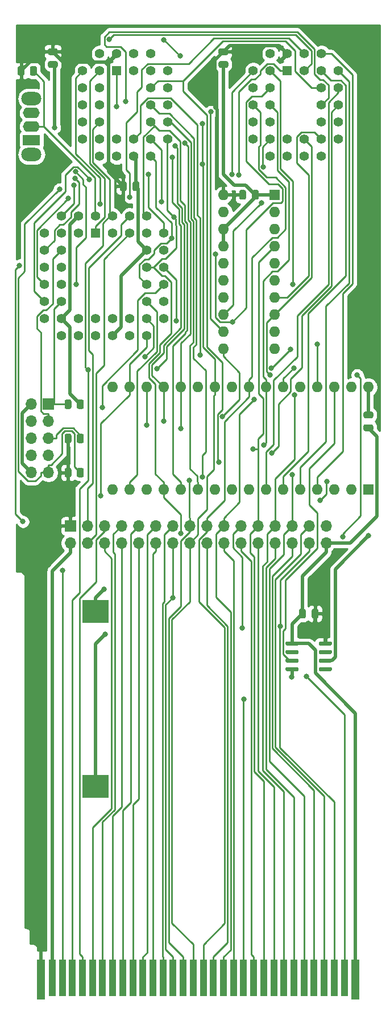
<source format=gtl>
%TF.GenerationSoftware,KiCad,Pcbnew,(5.1.10-1-10_14)*%
%TF.CreationDate,2023-03-27T22:58:26+08:00*%
%TF.ProjectId,GB_MemoryBackup_Mainboard,47425f4d-656d-46f7-9279-4261636b7570,1.4*%
%TF.SameCoordinates,Original*%
%TF.FileFunction,Copper,L1,Top*%
%TF.FilePolarity,Positive*%
%FSLAX46Y46*%
G04 Gerber Fmt 4.6, Leading zero omitted, Abs format (unit mm)*
G04 Created by KiCad (PCBNEW (5.1.10-1-10_14)) date 2023-03-27 22:58:26*
%MOMM*%
%LPD*%
G01*
G04 APERTURE LIST*
%TA.AperFunction,ComponentPad*%
%ADD10O,1.700000X1.700000*%
%TD*%
%TA.AperFunction,ComponentPad*%
%ADD11R,1.700000X1.700000*%
%TD*%
%TA.AperFunction,ComponentPad*%
%ADD12O,1.600000X1.600000*%
%TD*%
%TA.AperFunction,ComponentPad*%
%ADD13R,1.600000X1.600000*%
%TD*%
%TA.AperFunction,ComponentPad*%
%ADD14C,1.422400*%
%TD*%
%TA.AperFunction,ComponentPad*%
%ADD15R,1.422400X1.422400*%
%TD*%
%TA.AperFunction,SMDPad,CuDef*%
%ADD16R,4.000000X3.400000*%
%TD*%
%TA.AperFunction,ConnectorPad*%
%ADD17R,1.300000X6.000000*%
%TD*%
%TA.AperFunction,ConnectorPad*%
%ADD18R,1.000000X5.500000*%
%TD*%
%TA.AperFunction,ComponentPad*%
%ADD19O,3.000000X2.000000*%
%TD*%
%TA.AperFunction,ComponentPad*%
%ADD20O,2.500000X1.600000*%
%TD*%
%TA.AperFunction,ComponentPad*%
%ADD21R,2.500000X1.600000*%
%TD*%
%TA.AperFunction,ViaPad*%
%ADD22C,0.800000*%
%TD*%
%TA.AperFunction,Conductor*%
%ADD23C,0.500000*%
%TD*%
%TA.AperFunction,Conductor*%
%ADD24C,0.250000*%
%TD*%
%TA.AperFunction,Conductor*%
%ADD25C,0.254000*%
%TD*%
%TA.AperFunction,Conductor*%
%ADD26C,0.100000*%
%TD*%
G04 APERTURE END LIST*
D10*
%TO.P,J4,32*%
%TO.N,GND*%
X108650000Y-86660000D03*
%TO.P,J4,31*%
%TO.N,/AAudioIn*%
X108650000Y-84120000D03*
%TO.P,J4,30*%
%TO.N,/~ARST*%
X106110000Y-86660000D03*
%TO.P,J4,29*%
%TO.N,/AD7*%
X106110000Y-84120000D03*
%TO.P,J4,28*%
%TO.N,/AD6*%
X103570000Y-86660000D03*
%TO.P,J4,27*%
%TO.N,/AD5*%
X103570000Y-84120000D03*
%TO.P,J4,26*%
%TO.N,/AD4*%
X101030000Y-86660000D03*
%TO.P,J4,25*%
%TO.N,/AD3*%
X101030000Y-84120000D03*
%TO.P,J4,24*%
%TO.N,/AD2*%
X98490000Y-86660000D03*
%TO.P,J4,23*%
%TO.N,/AD1*%
X98490000Y-84120000D03*
%TO.P,J4,22*%
%TO.N,/AD0*%
X95950000Y-86660000D03*
%TO.P,J4,21*%
%TO.N,/AA15_T*%
X95950000Y-84120000D03*
%TO.P,J4,20*%
%TO.N,/AA14*%
X93410000Y-86660000D03*
%TO.P,J4,19*%
%TO.N,/AA13*%
X93410000Y-84120000D03*
%TO.P,J4,18*%
%TO.N,/AA12*%
X90870000Y-86660000D03*
%TO.P,J4,17*%
%TO.N,/AA11*%
X90870000Y-84120000D03*
%TO.P,J4,16*%
%TO.N,/AA10*%
X88330000Y-86660000D03*
%TO.P,J4,15*%
%TO.N,/AA9*%
X88330000Y-84120000D03*
%TO.P,J4,14*%
%TO.N,/AA8*%
X85790000Y-86660000D03*
%TO.P,J4,13*%
%TO.N,/AA7*%
X85790000Y-84120000D03*
%TO.P,J4,12*%
%TO.N,/AA6*%
X83250000Y-86660000D03*
%TO.P,J4,11*%
%TO.N,/AA5*%
X83250000Y-84120000D03*
%TO.P,J4,10*%
%TO.N,/AA4*%
X80710000Y-86660000D03*
%TO.P,J4,9*%
%TO.N,/AA3*%
X80710000Y-84120000D03*
%TO.P,J4,8*%
%TO.N,/AA2*%
X78170000Y-86660000D03*
%TO.P,J4,7*%
%TO.N,/AA1*%
X78170000Y-84120000D03*
%TO.P,J4,6*%
%TO.N,/AA0*%
X75630000Y-86660000D03*
%TO.P,J4,5*%
%TO.N,/~ASRAM_CS*%
X75630000Y-84120000D03*
%TO.P,J4,4*%
%TO.N,/~ARD_T*%
X73090000Y-86660000D03*
%TO.P,J4,3*%
%TO.N,/~AWR_T*%
X73090000Y-84120000D03*
%TO.P,J4,2*%
%TO.N,/ACLK*%
X70550000Y-86660000D03*
D11*
%TO.P,J4,1*%
%TO.N,+5V*%
X70550000Y-84120000D03*
%TD*%
D12*
%TO.P,U7,20*%
%TO.N,+5V*%
X93345000Y-34925000D03*
%TO.P,U7,10*%
%TO.N,GND*%
X100965000Y-57785000D03*
%TO.P,U7,19*%
%TO.N,N/C*%
X93345000Y-37465000D03*
%TO.P,U7,9*%
%TO.N,/F040_A17*%
X100965000Y-55245000D03*
%TO.P,U7,18*%
%TO.N,GND*%
X93345000Y-40005000D03*
%TO.P,U7,8*%
%TO.N,/AD3*%
X100965000Y-52705000D03*
%TO.P,U7,17*%
%TO.N,GND*%
X93345000Y-42545000D03*
%TO.P,U7,7*%
%TO.N,/AD2*%
X100965000Y-50165000D03*
%TO.P,U7,16*%
%TO.N,N/C*%
X93345000Y-45085000D03*
%TO.P,U7,6*%
%TO.N,/F040_A16*%
X100965000Y-47625000D03*
%TO.P,U7,15*%
%TO.N,N/C*%
X93345000Y-47625000D03*
%TO.P,U7,5*%
%TO.N,/F040_A15*%
X100965000Y-45085000D03*
%TO.P,U7,14*%
%TO.N,GND*%
X93345000Y-50165000D03*
%TO.P,U7,4*%
%TO.N,/AD1*%
X100965000Y-42545000D03*
%TO.P,U7,13*%
%TO.N,/AD4*%
X93345000Y-52705000D03*
%TO.P,U7,3*%
%TO.N,/AD0*%
X100965000Y-40005000D03*
%TO.P,U7,12*%
%TO.N,/F040_A18*%
X93345000Y-55245000D03*
%TO.P,U7,2*%
%TO.N,/F040_A14*%
X100965000Y-37465000D03*
%TO.P,U7,11*%
%TO.N,/HC373_040_LE*%
X93345000Y-57785000D03*
D13*
%TO.P,U7,1*%
%TO.N,GND*%
X100965000Y-34925000D03*
%TD*%
%TO.P,U5,8*%
%TO.N,+5V*%
%TA.AperFunction,SMDPad,CuDef*%
G36*
G01*
X107545000Y-101750000D02*
X107545000Y-101450000D01*
G75*
G02*
X107695000Y-101300000I150000J0D01*
G01*
X109345000Y-101300000D01*
G75*
G02*
X109495000Y-101450000I0J-150000D01*
G01*
X109495000Y-101750000D01*
G75*
G02*
X109345000Y-101900000I-150000J0D01*
G01*
X107695000Y-101900000D01*
G75*
G02*
X107545000Y-101750000I0J150000D01*
G01*
G37*
%TD.AperFunction*%
%TO.P,U5,7*%
%TO.N,N/C*%
%TA.AperFunction,SMDPad,CuDef*%
G36*
G01*
X107545000Y-103020000D02*
X107545000Y-102720000D01*
G75*
G02*
X107695000Y-102570000I150000J0D01*
G01*
X109345000Y-102570000D01*
G75*
G02*
X109495000Y-102720000I0J-150000D01*
G01*
X109495000Y-103020000D01*
G75*
G02*
X109345000Y-103170000I-150000J0D01*
G01*
X107695000Y-103170000D01*
G75*
G02*
X107545000Y-103020000I0J150000D01*
G01*
G37*
%TD.AperFunction*%
%TO.P,U5,6*%
%TO.N,VMEM*%
%TA.AperFunction,SMDPad,CuDef*%
G36*
G01*
X107545000Y-104290000D02*
X107545000Y-103990000D01*
G75*
G02*
X107695000Y-103840000I150000J0D01*
G01*
X109345000Y-103840000D01*
G75*
G02*
X109495000Y-103990000I0J-150000D01*
G01*
X109495000Y-104290000D01*
G75*
G02*
X109345000Y-104440000I-150000J0D01*
G01*
X107695000Y-104440000D01*
G75*
G02*
X107545000Y-104290000I0J150000D01*
G01*
G37*
%TD.AperFunction*%
%TO.P,U5,5*%
%TO.N,N/C*%
%TA.AperFunction,SMDPad,CuDef*%
G36*
G01*
X107545000Y-105560000D02*
X107545000Y-105260000D01*
G75*
G02*
X107695000Y-105110000I150000J0D01*
G01*
X109345000Y-105110000D01*
G75*
G02*
X109495000Y-105260000I0J-150000D01*
G01*
X109495000Y-105560000D01*
G75*
G02*
X109345000Y-105710000I-150000J0D01*
G01*
X107695000Y-105710000D01*
G75*
G02*
X107545000Y-105560000I0J150000D01*
G01*
G37*
%TD.AperFunction*%
%TO.P,U5,4*%
%TO.N,Net-(BT1-Pad1)*%
%TA.AperFunction,SMDPad,CuDef*%
G36*
G01*
X102595000Y-105560000D02*
X102595000Y-105260000D01*
G75*
G02*
X102745000Y-105110000I150000J0D01*
G01*
X104395000Y-105110000D01*
G75*
G02*
X104545000Y-105260000I0J-150000D01*
G01*
X104545000Y-105560000D01*
G75*
G02*
X104395000Y-105710000I-150000J0D01*
G01*
X102745000Y-105710000D01*
G75*
G02*
X102595000Y-105560000I0J150000D01*
G01*
G37*
%TD.AperFunction*%
%TO.P,U5,3*%
%TO.N,/RAM_CE2*%
%TA.AperFunction,SMDPad,CuDef*%
G36*
G01*
X102595000Y-104290000D02*
X102595000Y-103990000D01*
G75*
G02*
X102745000Y-103840000I150000J0D01*
G01*
X104395000Y-103840000D01*
G75*
G02*
X104545000Y-103990000I0J-150000D01*
G01*
X104545000Y-104290000D01*
G75*
G02*
X104395000Y-104440000I-150000J0D01*
G01*
X102745000Y-104440000D01*
G75*
G02*
X102595000Y-104290000I0J150000D01*
G01*
G37*
%TD.AperFunction*%
%TO.P,U5,2*%
%TO.N,N/C*%
%TA.AperFunction,SMDPad,CuDef*%
G36*
G01*
X102595000Y-103020000D02*
X102595000Y-102720000D01*
G75*
G02*
X102745000Y-102570000I150000J0D01*
G01*
X104395000Y-102570000D01*
G75*
G02*
X104545000Y-102720000I0J-150000D01*
G01*
X104545000Y-103020000D01*
G75*
G02*
X104395000Y-103170000I-150000J0D01*
G01*
X102745000Y-103170000D01*
G75*
G02*
X102595000Y-103020000I0J150000D01*
G01*
G37*
%TD.AperFunction*%
%TO.P,U5,1*%
%TO.N,GND*%
%TA.AperFunction,SMDPad,CuDef*%
G36*
G01*
X102595000Y-101750000D02*
X102595000Y-101450000D01*
G75*
G02*
X102745000Y-101300000I150000J0D01*
G01*
X104395000Y-101300000D01*
G75*
G02*
X104545000Y-101450000I0J-150000D01*
G01*
X104545000Y-101750000D01*
G75*
G02*
X104395000Y-101900000I-150000J0D01*
G01*
X102745000Y-101900000D01*
G75*
G02*
X102595000Y-101750000I0J150000D01*
G01*
G37*
%TD.AperFunction*%
%TD*%
D12*
%TO.P,U4,32*%
%TO.N,VMEM*%
X114935000Y-63500000D03*
%TO.P,U4,16*%
%TO.N,GND*%
X76835000Y-78740000D03*
%TO.P,U4,31*%
%TO.N,/RAM_A15*%
X112395000Y-63500000D03*
%TO.P,U4,15*%
%TO.N,/AD2*%
X79375000Y-78740000D03*
%TO.P,U4,30*%
%TO.N,/RAM_CE2*%
X109855000Y-63500000D03*
%TO.P,U4,14*%
%TO.N,/AD1*%
X81915000Y-78740000D03*
%TO.P,U4,29*%
%TO.N,/~AWR*%
X107315000Y-63500000D03*
%TO.P,U4,13*%
%TO.N,/AD0*%
X84455000Y-78740000D03*
%TO.P,U4,28*%
%TO.N,/AA13*%
X104775000Y-63500000D03*
%TO.P,U4,12*%
%TO.N,/AA0*%
X86995000Y-78740000D03*
%TO.P,U4,27*%
%TO.N,/AA8*%
X102235000Y-63500000D03*
%TO.P,U4,11*%
%TO.N,/AA1*%
X89535000Y-78740000D03*
%TO.P,U4,26*%
%TO.N,/AA9*%
X99695000Y-63500000D03*
%TO.P,U4,10*%
%TO.N,/AA2*%
X92075000Y-78740000D03*
%TO.P,U4,25*%
%TO.N,/AA11*%
X97155000Y-63500000D03*
%TO.P,U4,9*%
%TO.N,/AA3*%
X94615000Y-78740000D03*
%TO.P,U4,24*%
%TO.N,/~ARD*%
X94615000Y-63500000D03*
%TO.P,U4,8*%
%TO.N,/AA4*%
X97155000Y-78740000D03*
%TO.P,U4,23*%
%TO.N,/AA10*%
X92075000Y-63500000D03*
%TO.P,U4,7*%
%TO.N,/AA5*%
X99695000Y-78740000D03*
%TO.P,U4,22*%
%TO.N,/~RAM_CE*%
X89535000Y-63500000D03*
%TO.P,U4,6*%
%TO.N,/AA6*%
X102235000Y-78740000D03*
%TO.P,U4,21*%
%TO.N,/AD7*%
X86995000Y-63500000D03*
%TO.P,U4,5*%
%TO.N,/AA7*%
X104775000Y-78740000D03*
%TO.P,U4,20*%
%TO.N,/AD6*%
X84455000Y-63500000D03*
%TO.P,U4,4*%
%TO.N,/AA12*%
X107315000Y-78740000D03*
%TO.P,U4,19*%
%TO.N,/AD5*%
X81915000Y-63500000D03*
%TO.P,U4,3*%
%TO.N,/RAM_A14*%
X109855000Y-78740000D03*
%TO.P,U4,18*%
%TO.N,/AD4*%
X79375000Y-63500000D03*
%TO.P,U4,2*%
%TO.N,/RAM_A16*%
X112395000Y-78740000D03*
%TO.P,U4,17*%
%TO.N,/AD3*%
X76835000Y-63500000D03*
D13*
%TO.P,U4,1*%
%TO.N,N/C*%
X114935000Y-78740000D03*
%TD*%
D14*
%TO.P,U3,39*%
%TO.N,/F010_A18*%
X66675000Y-40640000D03*
%TO.P,U3,37*%
%TO.N,/F010_A17*%
X66675000Y-43180000D03*
%TO.P,U3,35*%
%TO.N,+5V*%
X66675000Y-45720000D03*
%TO.P,U3,33*%
%TO.N,/F010_A14*%
X66675000Y-48260000D03*
%TO.P,U3,31*%
%TO.N,/~F_CE_010*%
X66675000Y-50800000D03*
%TO.P,U3,40*%
%TO.N,/~F_CE_040*%
X69215000Y-38100000D03*
%TO.P,U3,38*%
%TO.N,/TDO*%
X69215000Y-43180000D03*
%TO.P,U3,36*%
%TO.N,/F010_A16*%
X69215000Y-45720000D03*
%TO.P,U3,34*%
%TO.N,/F010_A15*%
X69215000Y-48260000D03*
%TO.P,U3,32*%
%TO.N,/TCK*%
X69215000Y-50800000D03*
%TO.P,U3,30*%
%TO.N,GND*%
X69215000Y-53340000D03*
%TO.P,U3,28*%
%TO.N,/HC373_040_LE*%
X69215000Y-55880000D03*
%TO.P,U3,26*%
%TO.N,/RAM_A15*%
X71755000Y-55880000D03*
%TO.P,U3,24*%
%TO.N,/~RAM_CE*%
X74295000Y-55880000D03*
%TO.P,U3,22*%
%TO.N,GND*%
X76835000Y-55880000D03*
%TO.P,U3,20*%
%TO.N,/AD6*%
X79375000Y-55880000D03*
%TO.P,U3,18*%
%TO.N,/AD4*%
X81915000Y-55880000D03*
%TO.P,U3,29*%
%TO.N,N/C*%
X66675000Y-53340000D03*
%TO.P,U3,27*%
%TO.N,/RAM_A16*%
X71755000Y-53340000D03*
%TO.P,U3,25*%
%TO.N,/RAM_A14*%
X74295000Y-53340000D03*
%TO.P,U3,23*%
%TO.N,+5V*%
X76835000Y-53340000D03*
%TO.P,U3,21*%
%TO.N,/AD7*%
X79375000Y-53340000D03*
%TO.P,U3,19*%
%TO.N,/AD5*%
X81915000Y-53340000D03*
%TO.P,U3,17*%
%TO.N,/AD3*%
X84455000Y-53340000D03*
%TO.P,U3,15*%
%TO.N,+5V*%
X84455000Y-50800000D03*
%TO.P,U3,13*%
%TO.N,/TMS*%
X84455000Y-48260000D03*
%TO.P,U3,11*%
%TO.N,/AA15*%
X84455000Y-45720000D03*
%TO.P,U3,9*%
%TO.N,/AA14*%
X84455000Y-43180000D03*
%TO.P,U3,7*%
%TO.N,/TDI*%
X84455000Y-40640000D03*
%TO.P,U3,16*%
%TO.N,/AD2*%
X81915000Y-50800000D03*
%TO.P,U3,14*%
%TO.N,/AD1*%
X81915000Y-48260000D03*
%TO.P,U3,12*%
%TO.N,/AD0*%
X81915000Y-45720000D03*
%TO.P,U3,10*%
%TO.N,GND*%
X81915000Y-43180000D03*
%TO.P,U3,8*%
%TO.N,/AA13*%
X81915000Y-40640000D03*
%TO.P,U3,42*%
%TO.N,GND*%
X71755000Y-38100000D03*
%TO.P,U3,44*%
%TO.N,/~SW_1*%
X74295000Y-38100000D03*
%TO.P,U3,6*%
%TO.N,/AA0*%
X81915000Y-38100000D03*
%TO.P,U3,4*%
%TO.N,/~AWR_T*%
X79375000Y-38100000D03*
%TO.P,U3,2*%
%TO.N,/~ARD*%
X76835000Y-38100000D03*
%TO.P,U3,41*%
%TO.N,/AA15_T*%
X69215000Y-40640000D03*
%TO.P,U3,43*%
%TO.N,/~ARST*%
X71755000Y-40640000D03*
%TO.P,U3,5*%
%TO.N,/~ARD_T*%
X79375000Y-40640000D03*
%TO.P,U3,3*%
%TO.N,+5V*%
X76835000Y-40640000D03*
D15*
%TO.P,U3,1*%
%TO.N,/~AWR*%
X74295000Y-40640000D03*
%TD*%
D14*
%TO.P,U2,29*%
%TO.N,/F040_A14*%
X72390000Y-16510000D03*
%TO.P,U2,27*%
%TO.N,/AA8*%
X72390000Y-19050000D03*
%TO.P,U2,25*%
%TO.N,/AA11*%
X72390000Y-21590000D03*
%TO.P,U2,23*%
%TO.N,/AA10*%
X72390000Y-24130000D03*
%TO.P,U2,28*%
%TO.N,/AA13*%
X74930000Y-19050000D03*
%TO.P,U2,26*%
%TO.N,/AA9*%
X74930000Y-21590000D03*
%TO.P,U2,24*%
%TO.N,/~ARD*%
X74930000Y-24130000D03*
%TO.P,U2,22*%
%TO.N,/~F_CE_040*%
X74930000Y-26670000D03*
%TO.P,U2,20*%
%TO.N,/AD6*%
X74930000Y-29210000D03*
%TO.P,U2,18*%
%TO.N,/AD4*%
X77470000Y-29210000D03*
%TO.P,U2,16*%
%TO.N,GND*%
X80010000Y-29210000D03*
%TO.P,U2,14*%
%TO.N,/AD1*%
X82550000Y-29210000D03*
%TO.P,U2,21*%
%TO.N,/AD7*%
X72390000Y-26670000D03*
%TO.P,U2,19*%
%TO.N,/AD5*%
X77470000Y-26670000D03*
%TO.P,U2,17*%
%TO.N,/AD3*%
X80010000Y-26670000D03*
%TO.P,U2,15*%
%TO.N,/AD2*%
X82550000Y-26670000D03*
%TO.P,U2,13*%
%TO.N,/AD0*%
X85090000Y-26670000D03*
%TO.P,U2,11*%
%TO.N,/AA1*%
X85090000Y-24130000D03*
%TO.P,U2,9*%
%TO.N,/AA3*%
X85090000Y-21590000D03*
%TO.P,U2,7*%
%TO.N,/AA5*%
X85090000Y-19050000D03*
%TO.P,U2,5*%
%TO.N,/AA7*%
X85090000Y-16510000D03*
%TO.P,U2,12*%
%TO.N,/AA0*%
X82550000Y-24130000D03*
%TO.P,U2,10*%
%TO.N,/AA2*%
X82550000Y-21590000D03*
%TO.P,U2,8*%
%TO.N,/AA4*%
X82550000Y-19050000D03*
%TO.P,U2,6*%
%TO.N,/AA6*%
X82550000Y-16510000D03*
%TO.P,U2,30*%
%TO.N,/F040_A17*%
X74930000Y-13970000D03*
%TO.P,U2,32*%
%TO.N,+5V*%
X77470000Y-13970000D03*
%TO.P,U2,4*%
%TO.N,/AA12*%
X82550000Y-13970000D03*
%TO.P,U2,2*%
%TO.N,/F040_A16*%
X80010000Y-13970000D03*
%TO.P,U2,31*%
%TO.N,/~AWR*%
X74930000Y-16510000D03*
%TO.P,U2,3*%
%TO.N,/F040_A15*%
X80010000Y-16510000D03*
D15*
%TO.P,U2,1*%
%TO.N,/F040_A18*%
X77470000Y-16510000D03*
%TD*%
D14*
%TO.P,U1,29*%
%TO.N,/F010_A14*%
X97790000Y-16510000D03*
%TO.P,U1,27*%
%TO.N,/AA8*%
X97790000Y-19050000D03*
%TO.P,U1,25*%
%TO.N,/AA11*%
X97790000Y-21590000D03*
%TO.P,U1,23*%
%TO.N,/AA10*%
X97790000Y-24130000D03*
%TO.P,U1,28*%
%TO.N,/AA13*%
X100330000Y-19050000D03*
%TO.P,U1,26*%
%TO.N,/AA9*%
X100330000Y-21590000D03*
%TO.P,U1,24*%
%TO.N,/~ARD*%
X100330000Y-24130000D03*
%TO.P,U1,22*%
%TO.N,/~F_CE_010*%
X100330000Y-26670000D03*
%TO.P,U1,20*%
%TO.N,/AD6*%
X100330000Y-29210000D03*
%TO.P,U1,18*%
%TO.N,/AD4*%
X102870000Y-29210000D03*
%TO.P,U1,16*%
%TO.N,GND*%
X105410000Y-29210000D03*
%TO.P,U1,14*%
%TO.N,/AD1*%
X107950000Y-29210000D03*
%TO.P,U1,21*%
%TO.N,/AD7*%
X97790000Y-26670000D03*
%TO.P,U1,19*%
%TO.N,/AD5*%
X102870000Y-26670000D03*
%TO.P,U1,17*%
%TO.N,/AD3*%
X105410000Y-26670000D03*
%TO.P,U1,15*%
%TO.N,/AD2*%
X107950000Y-26670000D03*
%TO.P,U1,13*%
%TO.N,/AD0*%
X110490000Y-26670000D03*
%TO.P,U1,11*%
%TO.N,/AA1*%
X110490000Y-24130000D03*
%TO.P,U1,9*%
%TO.N,/AA3*%
X110490000Y-21590000D03*
%TO.P,U1,7*%
%TO.N,/AA5*%
X110490000Y-19050000D03*
%TO.P,U1,5*%
%TO.N,/AA7*%
X110490000Y-16510000D03*
%TO.P,U1,12*%
%TO.N,/AA0*%
X107950000Y-24130000D03*
%TO.P,U1,10*%
%TO.N,/AA2*%
X107950000Y-21590000D03*
%TO.P,U1,8*%
%TO.N,/AA4*%
X107950000Y-19050000D03*
%TO.P,U1,6*%
%TO.N,/AA6*%
X107950000Y-16510000D03*
%TO.P,U1,30*%
%TO.N,/F010_A17*%
X100330000Y-13970000D03*
%TO.P,U1,32*%
%TO.N,+5V*%
X102870000Y-13970000D03*
%TO.P,U1,4*%
%TO.N,/AA12*%
X107950000Y-13970000D03*
%TO.P,U1,2*%
%TO.N,/F010_A16*%
X105410000Y-13970000D03*
%TO.P,U1,31*%
%TO.N,/~AWR*%
X100330000Y-16510000D03*
%TO.P,U1,3*%
%TO.N,/F010_A15*%
X105410000Y-16510000D03*
D15*
%TO.P,U1,1*%
%TO.N,/F010_A18*%
X102870000Y-16510000D03*
%TD*%
%TO.P,C7,2*%
%TO.N,+5V*%
%TA.AperFunction,SMDPad,CuDef*%
G36*
G01*
X96705000Y-34450000D02*
X96705000Y-35400000D01*
G75*
G02*
X96455000Y-35650000I-250000J0D01*
G01*
X95955000Y-35650000D01*
G75*
G02*
X95705000Y-35400000I0J250000D01*
G01*
X95705000Y-34450000D01*
G75*
G02*
X95955000Y-34200000I250000J0D01*
G01*
X96455000Y-34200000D01*
G75*
G02*
X96705000Y-34450000I0J-250000D01*
G01*
G37*
%TD.AperFunction*%
%TO.P,C7,1*%
%TO.N,GND*%
%TA.AperFunction,SMDPad,CuDef*%
G36*
G01*
X98605000Y-34450000D02*
X98605000Y-35400000D01*
G75*
G02*
X98355000Y-35650000I-250000J0D01*
G01*
X97855000Y-35650000D01*
G75*
G02*
X97605000Y-35400000I0J250000D01*
G01*
X97605000Y-34450000D01*
G75*
G02*
X97855000Y-34200000I250000J0D01*
G01*
X98355000Y-34200000D01*
G75*
G02*
X98605000Y-34450000I0J-250000D01*
G01*
G37*
%TD.AperFunction*%
%TD*%
%TO.P,C5,2*%
%TO.N,+5V*%
%TA.AperFunction,SMDPad,CuDef*%
G36*
G01*
X106495000Y-97630000D02*
X106495000Y-96680000D01*
G75*
G02*
X106745000Y-96430000I250000J0D01*
G01*
X107245000Y-96430000D01*
G75*
G02*
X107495000Y-96680000I0J-250000D01*
G01*
X107495000Y-97630000D01*
G75*
G02*
X107245000Y-97880000I-250000J0D01*
G01*
X106745000Y-97880000D01*
G75*
G02*
X106495000Y-97630000I0J250000D01*
G01*
G37*
%TD.AperFunction*%
%TO.P,C5,1*%
%TO.N,GND*%
%TA.AperFunction,SMDPad,CuDef*%
G36*
G01*
X104595000Y-97630000D02*
X104595000Y-96680000D01*
G75*
G02*
X104845000Y-96430000I250000J0D01*
G01*
X105345000Y-96430000D01*
G75*
G02*
X105595000Y-96680000I0J-250000D01*
G01*
X105595000Y-97630000D01*
G75*
G02*
X105345000Y-97880000I-250000J0D01*
G01*
X104845000Y-97880000D01*
G75*
G02*
X104595000Y-97630000I0J250000D01*
G01*
G37*
%TD.AperFunction*%
%TD*%
%TO.P,C4,2*%
%TO.N,VMEM*%
%TA.AperFunction,SMDPad,CuDef*%
G36*
G01*
X115410000Y-68130000D02*
X114460000Y-68130000D01*
G75*
G02*
X114210000Y-67880000I0J250000D01*
G01*
X114210000Y-67380000D01*
G75*
G02*
X114460000Y-67130000I250000J0D01*
G01*
X115410000Y-67130000D01*
G75*
G02*
X115660000Y-67380000I0J-250000D01*
G01*
X115660000Y-67880000D01*
G75*
G02*
X115410000Y-68130000I-250000J0D01*
G01*
G37*
%TD.AperFunction*%
%TO.P,C4,1*%
%TO.N,GND*%
%TA.AperFunction,SMDPad,CuDef*%
G36*
G01*
X115410000Y-70030000D02*
X114460000Y-70030000D01*
G75*
G02*
X114210000Y-69780000I0J250000D01*
G01*
X114210000Y-69280000D01*
G75*
G02*
X114460000Y-69030000I250000J0D01*
G01*
X115410000Y-69030000D01*
G75*
G02*
X115660000Y-69280000I0J-250000D01*
G01*
X115660000Y-69780000D01*
G75*
G02*
X115410000Y-70030000I-250000J0D01*
G01*
G37*
%TD.AperFunction*%
%TD*%
D16*
%TO.P,BT1,2*%
%TO.N,GND*%
X74295000Y-96855000D03*
%TO.P,BT1,1*%
%TO.N,Net-(BT1-Pad1)*%
X74295000Y-122855000D03*
%TD*%
D17*
%TO.P,J1,32*%
%TO.N,GND*%
X113000000Y-151500000D03*
D18*
%TO.P,J1,31*%
%TO.N,/AAudioIn*%
X111350000Y-151250000D03*
%TO.P,J1,30*%
%TO.N,/~ARST*%
X109850000Y-151250000D03*
%TO.P,J1,29*%
%TO.N,/AD7*%
X108350000Y-151250000D03*
%TO.P,J1,28*%
%TO.N,/AD6*%
X106850000Y-151250000D03*
%TO.P,J1,27*%
%TO.N,/AD5*%
X105350000Y-151250000D03*
%TO.P,J1,26*%
%TO.N,/AD4*%
X103850000Y-151250000D03*
%TO.P,J1,25*%
%TO.N,/AD3*%
X102350000Y-151250000D03*
%TO.P,J1,24*%
%TO.N,/AD2*%
X100850000Y-151250000D03*
%TO.P,J1,23*%
%TO.N,/AD1*%
X99350000Y-151250000D03*
%TO.P,J1,22*%
%TO.N,/AD0*%
X97850000Y-151250000D03*
%TO.P,J1,21*%
%TO.N,/AA15*%
X96350000Y-151250000D03*
%TO.P,J1,20*%
%TO.N,/AA14*%
X94850000Y-151250000D03*
%TO.P,J1,19*%
%TO.N,/AA13*%
X93350000Y-151250000D03*
%TO.P,J1,18*%
%TO.N,/AA12*%
X91850000Y-151250000D03*
%TO.P,J1,17*%
%TO.N,/AA11*%
X90350000Y-151250000D03*
%TO.P,J1,16*%
%TO.N,/AA10*%
X88850000Y-151250000D03*
%TO.P,J1,15*%
%TO.N,/AA9*%
X87350000Y-151250000D03*
%TO.P,J1,14*%
%TO.N,/AA8*%
X85850000Y-151250000D03*
%TO.P,J1,13*%
%TO.N,/AA7*%
X84350000Y-151250000D03*
%TO.P,J1,12*%
%TO.N,/AA6*%
X82850000Y-151250000D03*
%TO.P,J1,11*%
%TO.N,/AA5*%
X81350000Y-151250000D03*
%TO.P,J1,10*%
%TO.N,/AA4*%
X79850000Y-151250000D03*
%TO.P,J1,9*%
%TO.N,/AA3*%
X78350000Y-151250000D03*
%TO.P,J1,8*%
%TO.N,/AA2*%
X76850000Y-151250000D03*
%TO.P,J1,7*%
%TO.N,/AA1*%
X75350000Y-151250000D03*
%TO.P,J1,6*%
%TO.N,/AA0*%
X73850000Y-151250000D03*
%TO.P,J1,5*%
%TO.N,/~ASRAM_CS*%
X72350000Y-151250000D03*
%TO.P,J1,4*%
%TO.N,/~ARD*%
X70850000Y-151250000D03*
%TO.P,J1,3*%
%TO.N,/~AWR*%
X69350000Y-151250000D03*
%TO.P,J1,2*%
%TO.N,/ACLK*%
X67850000Y-151250000D03*
D17*
%TO.P,J1,1*%
%TO.N,+5V*%
X66200000Y-151500000D03*
%TD*%
D19*
%TO.P,SW1,4*%
%TO.N,N/C*%
X64770000Y-20615000D03*
%TO.P,SW1,5*%
X64770000Y-28915000D03*
D20*
%TO.P,SW1,3*%
X64770000Y-22765000D03*
%TO.P,SW1,2*%
%TO.N,/~SW_1*%
X64770000Y-24765000D03*
D21*
%TO.P,SW1,1*%
%TO.N,GND*%
X64770000Y-26765000D03*
%TD*%
%TO.P,R13,2*%
%TO.N,/TCK*%
%TA.AperFunction,SMDPad,CuDef*%
G36*
G01*
X70720000Y-65589998D02*
X70720000Y-66490002D01*
G75*
G02*
X70470002Y-66740000I-249998J0D01*
G01*
X69944998Y-66740000D01*
G75*
G02*
X69695000Y-66490002I0J249998D01*
G01*
X69695000Y-65589998D01*
G75*
G02*
X69944998Y-65340000I249998J0D01*
G01*
X70470002Y-65340000D01*
G75*
G02*
X70720000Y-65589998I0J-249998D01*
G01*
G37*
%TD.AperFunction*%
%TO.P,R13,1*%
%TO.N,GND*%
%TA.AperFunction,SMDPad,CuDef*%
G36*
G01*
X72545000Y-65589998D02*
X72545000Y-66490002D01*
G75*
G02*
X72295002Y-66740000I-249998J0D01*
G01*
X71769998Y-66740000D01*
G75*
G02*
X71520000Y-66490002I0J249998D01*
G01*
X71520000Y-65589998D01*
G75*
G02*
X71769998Y-65340000I249998J0D01*
G01*
X72295002Y-65340000D01*
G75*
G02*
X72545000Y-65589998I0J-249998D01*
G01*
G37*
%TD.AperFunction*%
%TD*%
%TO.P,R12,2*%
%TO.N,+5V*%
%TA.AperFunction,SMDPad,CuDef*%
G36*
G01*
X70720000Y-75749998D02*
X70720000Y-76650002D01*
G75*
G02*
X70470002Y-76900000I-249998J0D01*
G01*
X69944998Y-76900000D01*
G75*
G02*
X69695000Y-76650002I0J249998D01*
G01*
X69695000Y-75749998D01*
G75*
G02*
X69944998Y-75500000I249998J0D01*
G01*
X70470002Y-75500000D01*
G75*
G02*
X70720000Y-75749998I0J-249998D01*
G01*
G37*
%TD.AperFunction*%
%TO.P,R12,1*%
%TO.N,/TDI*%
%TA.AperFunction,SMDPad,CuDef*%
G36*
G01*
X72545000Y-75749998D02*
X72545000Y-76650002D01*
G75*
G02*
X72295002Y-76900000I-249998J0D01*
G01*
X71769998Y-76900000D01*
G75*
G02*
X71520000Y-76650002I0J249998D01*
G01*
X71520000Y-75749998D01*
G75*
G02*
X71769998Y-75500000I249998J0D01*
G01*
X72295002Y-75500000D01*
G75*
G02*
X72545000Y-75749998I0J-249998D01*
G01*
G37*
%TD.AperFunction*%
%TD*%
%TO.P,R11,2*%
%TO.N,+5V*%
%TA.AperFunction,SMDPad,CuDef*%
G36*
G01*
X70720000Y-70669998D02*
X70720000Y-71570002D01*
G75*
G02*
X70470002Y-71820000I-249998J0D01*
G01*
X69944998Y-71820000D01*
G75*
G02*
X69695000Y-71570002I0J249998D01*
G01*
X69695000Y-70669998D01*
G75*
G02*
X69944998Y-70420000I249998J0D01*
G01*
X70470002Y-70420000D01*
G75*
G02*
X70720000Y-70669998I0J-249998D01*
G01*
G37*
%TD.AperFunction*%
%TO.P,R11,1*%
%TO.N,/TMS*%
%TA.AperFunction,SMDPad,CuDef*%
G36*
G01*
X72545000Y-70669998D02*
X72545000Y-71570002D01*
G75*
G02*
X72295002Y-71820000I-249998J0D01*
G01*
X71769998Y-71820000D01*
G75*
G02*
X71520000Y-71570002I0J249998D01*
G01*
X71520000Y-70669998D01*
G75*
G02*
X71769998Y-70420000I249998J0D01*
G01*
X72295002Y-70420000D01*
G75*
G02*
X72545000Y-70669998I0J-249998D01*
G01*
G37*
%TD.AperFunction*%
%TD*%
%TO.P,R1,2*%
%TO.N,/~SW_1*%
%TA.AperFunction,SMDPad,CuDef*%
G36*
G01*
X64535000Y-16960002D02*
X64535000Y-16059998D01*
G75*
G02*
X64784998Y-15810000I249998J0D01*
G01*
X65310002Y-15810000D01*
G75*
G02*
X65560000Y-16059998I0J-249998D01*
G01*
X65560000Y-16960002D01*
G75*
G02*
X65310002Y-17210000I-249998J0D01*
G01*
X64784998Y-17210000D01*
G75*
G02*
X64535000Y-16960002I0J249998D01*
G01*
G37*
%TD.AperFunction*%
%TO.P,R1,1*%
%TO.N,+5V*%
%TA.AperFunction,SMDPad,CuDef*%
G36*
G01*
X62710000Y-16960002D02*
X62710000Y-16059998D01*
G75*
G02*
X62959998Y-15810000I249998J0D01*
G01*
X63485002Y-15810000D01*
G75*
G02*
X63735000Y-16059998I0J-249998D01*
G01*
X63735000Y-16960002D01*
G75*
G02*
X63485002Y-17210000I-249998J0D01*
G01*
X62959998Y-17210000D01*
G75*
G02*
X62710000Y-16960002I0J249998D01*
G01*
G37*
%TD.AperFunction*%
%TD*%
D11*
%TO.P,J3,1*%
%TO.N,/TCK*%
X67310000Y-66040000D03*
D10*
%TO.P,J3,2*%
%TO.N,GND*%
X64770000Y-66040000D03*
%TO.P,J3,3*%
%TO.N,/TDO*%
X67310000Y-68580000D03*
%TO.P,J3,4*%
%TO.N,+5V*%
X64770000Y-68580000D03*
%TO.P,J3,5*%
%TO.N,/TMS*%
X67310000Y-71120000D03*
%TO.P,J3,6*%
%TO.N,N/C*%
X64770000Y-71120000D03*
%TO.P,J3,7*%
X67310000Y-73660000D03*
%TO.P,J3,8*%
X64770000Y-73660000D03*
%TO.P,J3,9*%
%TO.N,/TDI*%
X67310000Y-76200000D03*
%TO.P,J3,10*%
%TO.N,GND*%
X64770000Y-76200000D03*
%TD*%
%TO.P,C3,2*%
%TO.N,+5V*%
%TA.AperFunction,SMDPad,CuDef*%
G36*
G01*
X78925000Y-33180000D02*
X78925000Y-34130000D01*
G75*
G02*
X78675000Y-34380000I-250000J0D01*
G01*
X78175000Y-34380000D01*
G75*
G02*
X77925000Y-34130000I0J250000D01*
G01*
X77925000Y-33180000D01*
G75*
G02*
X78175000Y-32930000I250000J0D01*
G01*
X78675000Y-32930000D01*
G75*
G02*
X78925000Y-33180000I0J-250000D01*
G01*
G37*
%TD.AperFunction*%
%TO.P,C3,1*%
%TO.N,GND*%
%TA.AperFunction,SMDPad,CuDef*%
G36*
G01*
X80825000Y-33180000D02*
X80825000Y-34130000D01*
G75*
G02*
X80575000Y-34380000I-250000J0D01*
G01*
X80075000Y-34380000D01*
G75*
G02*
X79825000Y-34130000I0J250000D01*
G01*
X79825000Y-33180000D01*
G75*
G02*
X80075000Y-32930000I250000J0D01*
G01*
X80575000Y-32930000D01*
G75*
G02*
X80825000Y-33180000I0J-250000D01*
G01*
G37*
%TD.AperFunction*%
%TD*%
%TO.P,C2,2*%
%TO.N,+5V*%
%TA.AperFunction,SMDPad,CuDef*%
G36*
G01*
X68420000Y-14155000D02*
X67470000Y-14155000D01*
G75*
G02*
X67220000Y-13905000I0J250000D01*
G01*
X67220000Y-13405000D01*
G75*
G02*
X67470000Y-13155000I250000J0D01*
G01*
X68420000Y-13155000D01*
G75*
G02*
X68670000Y-13405000I0J-250000D01*
G01*
X68670000Y-13905000D01*
G75*
G02*
X68420000Y-14155000I-250000J0D01*
G01*
G37*
%TD.AperFunction*%
%TO.P,C2,1*%
%TO.N,GND*%
%TA.AperFunction,SMDPad,CuDef*%
G36*
G01*
X68420000Y-16055000D02*
X67470000Y-16055000D01*
G75*
G02*
X67220000Y-15805000I0J250000D01*
G01*
X67220000Y-15305000D01*
G75*
G02*
X67470000Y-15055000I250000J0D01*
G01*
X68420000Y-15055000D01*
G75*
G02*
X68670000Y-15305000I0J-250000D01*
G01*
X68670000Y-15805000D01*
G75*
G02*
X68420000Y-16055000I-250000J0D01*
G01*
G37*
%TD.AperFunction*%
%TD*%
%TO.P,C1,2*%
%TO.N,+5V*%
%TA.AperFunction,SMDPad,CuDef*%
G36*
G01*
X93820000Y-14155000D02*
X92870000Y-14155000D01*
G75*
G02*
X92620000Y-13905000I0J250000D01*
G01*
X92620000Y-13405000D01*
G75*
G02*
X92870000Y-13155000I250000J0D01*
G01*
X93820000Y-13155000D01*
G75*
G02*
X94070000Y-13405000I0J-250000D01*
G01*
X94070000Y-13905000D01*
G75*
G02*
X93820000Y-14155000I-250000J0D01*
G01*
G37*
%TD.AperFunction*%
%TO.P,C1,1*%
%TO.N,GND*%
%TA.AperFunction,SMDPad,CuDef*%
G36*
G01*
X93820000Y-16055000D02*
X92870000Y-16055000D01*
G75*
G02*
X92620000Y-15805000I0J250000D01*
G01*
X92620000Y-15305000D01*
G75*
G02*
X92870000Y-15055000I250000J0D01*
G01*
X93820000Y-15055000D01*
G75*
G02*
X94070000Y-15305000I0J-250000D01*
G01*
X94070000Y-15805000D01*
G75*
G02*
X93820000Y-16055000I-250000J0D01*
G01*
G37*
%TD.AperFunction*%
%TD*%
D22*
%TO.N,+5V*%
X78374200Y-36440400D03*
X68091900Y-82249300D03*
X106995000Y-98541300D03*
%TO.N,GND*%
X75585000Y-93512200D03*
X68214500Y-24923400D03*
%TO.N,/AAudioIn*%
X105720000Y-106490000D03*
%TO.N,/~ARST*%
X101814700Y-98995400D03*
X63501700Y-83485200D03*
X62981700Y-45401400D03*
%TO.N,/AD7*%
X86995000Y-69664500D03*
X87602000Y-27255000D03*
%TO.N,/AD6*%
X85708500Y-29339700D03*
X84455000Y-68582000D03*
X108765100Y-77500500D03*
X107709300Y-80288700D03*
%TO.N,/AD5*%
X83440000Y-60780000D03*
X103570000Y-76500100D03*
X86151700Y-27659800D03*
X81627900Y-58951300D03*
X81920000Y-69100000D03*
%TO.N,/AD4*%
X98982100Y-36082000D03*
X75087500Y-79628400D03*
%TO.N,/AD3*%
X100257600Y-61677100D03*
X89840100Y-58725000D03*
X103919716Y-64632250D03*
%TO.N,/AD2*%
X84141700Y-35914000D03*
%TO.N,/AD1*%
X97723700Y-72720400D03*
X85604800Y-41364000D03*
%TO.N,/AD0*%
X86990600Y-85258000D03*
X85983100Y-38251300D03*
%TO.N,/AA15*%
X86309900Y-53639800D03*
X100500700Y-60659500D03*
X103333600Y-57858100D03*
X96430000Y-109880000D03*
%TO.N,/AA13*%
X92159700Y-43744300D03*
X94688800Y-53807400D03*
X97940000Y-65360000D03*
%TO.N,/AA10*%
X90204900Y-30324200D03*
X90204900Y-24344700D03*
%TO.N,/AA9*%
X99386000Y-72107800D03*
X88257600Y-77351100D03*
%TO.N,/AA8*%
X103810000Y-60640000D03*
X85791500Y-94761500D03*
X113270303Y-61689697D03*
X111100000Y-85760000D03*
%TO.N,/AA4*%
X92682400Y-74642100D03*
%TO.N,/AA3*%
X100574900Y-73296700D03*
%TO.N,/AA2*%
X78765500Y-21060300D03*
X90201900Y-76868100D03*
%TO.N,/~ARD*%
X73184600Y-60939800D03*
%TO.N,/~AWR*%
X107315000Y-57105300D03*
X103659300Y-48189300D03*
X69380000Y-90720000D03*
%TO.N,/AA15_T*%
X96173700Y-99245500D03*
%TO.N,/TMS*%
X75275200Y-66484000D03*
%TO.N,/TDI*%
X82188400Y-31897600D03*
X68935900Y-34100200D03*
%TO.N,/F010_A14*%
X70273000Y-35448600D03*
X94642500Y-31897500D03*
%TO.N,/~F_CE_010*%
X73353600Y-32622800D03*
X99310800Y-30776300D03*
%TO.N,/F040_A14*%
X74936600Y-36320200D03*
%TO.N,/~F_CE_040*%
X71081600Y-33504000D03*
%TO.N,/F040_A18*%
X91489000Y-22583700D03*
X77470000Y-21790300D03*
%TO.N,Net-(BT1-Pad1)*%
X75720000Y-100220000D03*
X103550000Y-106550000D03*
%TO.N,VMEM*%
X114980000Y-85590000D03*
%TO.N,/F010_A17*%
X71280100Y-32503700D03*
X84490000Y-11894970D03*
X86880000Y-14281200D03*
%TO.N,/F010_A16*%
X79413100Y-35278200D03*
%TO.N,/F010_A15*%
X71314300Y-31480000D03*
X71430000Y-48260000D03*
X76347900Y-11810000D03*
%TO.N,/F010_A18*%
X95667000Y-31942800D03*
%TO.N,/HC373_040_LE*%
X93213600Y-67850500D03*
%TD*%
D23*
%TO.N,+5V*%
X76217800Y-15222200D02*
X77470000Y-13970000D01*
X78425000Y-33655000D02*
X76217800Y-31447800D01*
X76217800Y-31447800D02*
X76217800Y-15222200D01*
X67945000Y-13655000D02*
X69512200Y-15222200D01*
X69512200Y-15222200D02*
X76217800Y-15222200D01*
X63222500Y-16510000D02*
X66077500Y-13655000D01*
X66077500Y-13655000D02*
X67945000Y-13655000D01*
X78374200Y-36440400D02*
X78425000Y-36389600D01*
X78425000Y-36389600D02*
X78425000Y-33655000D01*
X70207500Y-76200000D02*
X70207500Y-71120000D01*
X68091900Y-82249300D02*
X70207500Y-80133700D01*
X70207500Y-80133700D02*
X70207500Y-76200000D01*
X93345000Y-13655000D02*
X94250400Y-12749600D01*
X94250400Y-12749600D02*
X101649600Y-12749600D01*
X101649600Y-12749600D02*
X102870000Y-13970000D01*
X93345000Y-33624900D02*
X92389100Y-32669000D01*
X92389100Y-32669000D02*
X92389100Y-22210800D01*
X92389100Y-22210800D02*
X92118800Y-21940500D01*
X92118800Y-21940500D02*
X92118800Y-14881200D01*
X92118800Y-14881200D02*
X93345000Y-13655000D01*
X93345000Y-34925000D02*
X93345000Y-33624900D01*
X96205000Y-34925000D02*
X93345000Y-34925000D01*
X68091900Y-83343000D02*
X68091900Y-82249300D01*
X66200000Y-151500000D02*
X66200000Y-85234900D01*
X66200000Y-85234900D02*
X68091900Y-83343000D01*
X106995000Y-98541300D02*
X108520000Y-100066300D01*
X108520000Y-100066300D02*
X108520000Y-101600000D01*
X106995000Y-97155000D02*
X106995000Y-98541300D01*
X68868900Y-84120000D02*
X68091900Y-83343000D01*
X70550000Y-84120000D02*
X68868900Y-84120000D01*
%TO.N,GND*%
X113000000Y-151500000D02*
X113000000Y-115184700D01*
X108650000Y-88010100D02*
X105095000Y-91565100D01*
X105095000Y-91565100D02*
X105095000Y-97155000D01*
X93345000Y-40005000D02*
X98067900Y-35282100D01*
X98067900Y-35282100D02*
X98067900Y-34925000D01*
X93345000Y-42545000D02*
X93345000Y-40005000D01*
X98067900Y-34925000D02*
X96623100Y-33480200D01*
X96623100Y-33480200D02*
X94927100Y-33480200D01*
X94927100Y-33480200D02*
X93345000Y-31898100D01*
X93345000Y-31898100D02*
X93345000Y-15555000D01*
X98067900Y-34925000D02*
X98105000Y-34925000D01*
X67945000Y-15555000D02*
X68214500Y-15824500D01*
X68214500Y-15824500D02*
X68214500Y-24923400D01*
X80325000Y-33655000D02*
X80325000Y-29525000D01*
X80325000Y-29525000D02*
X80010000Y-29210000D01*
X81915000Y-43180000D02*
X80645000Y-41910000D01*
X80645000Y-41910000D02*
X80645000Y-33975000D01*
X80645000Y-33975000D02*
X80325000Y-33655000D01*
X81915000Y-43180000D02*
X78105000Y-46990000D01*
X78105000Y-46990000D02*
X78105000Y-54610000D01*
X78105000Y-54610000D02*
X76835000Y-55880000D01*
X99664900Y-34925000D02*
X98105000Y-34925000D01*
X69215000Y-53340000D02*
X70485000Y-54610000D01*
X70485000Y-54610000D02*
X70485000Y-64492500D01*
X70485000Y-64492500D02*
X72032500Y-66040000D01*
X69215000Y-53340000D02*
X70485000Y-52070000D01*
X70485000Y-52070000D02*
X70485000Y-39370000D01*
X70485000Y-39370000D02*
X71755000Y-38100000D01*
X64770000Y-76200000D02*
X63410100Y-74840100D01*
X63410100Y-74840100D02*
X63410100Y-67399900D01*
X63410100Y-67399900D02*
X64770000Y-66040000D01*
X100965000Y-34925000D02*
X99664900Y-34925000D01*
X108650000Y-86660000D02*
X108650000Y-88010100D01*
X103570000Y-101600000D02*
X106090000Y-101600000D01*
X107044990Y-102554990D02*
X107044990Y-105984990D01*
X106090000Y-101600000D02*
X107044990Y-102554990D01*
X113000000Y-111940000D02*
X113000000Y-115184700D01*
X107044990Y-105984990D02*
X113000000Y-111940000D01*
X103570000Y-98680000D02*
X105095000Y-97155000D01*
X103570000Y-101600000D02*
X103570000Y-98680000D01*
X74295000Y-94802200D02*
X75585000Y-93512200D01*
X74295000Y-96855000D02*
X74295000Y-94802200D01*
X116235200Y-70830200D02*
X114935000Y-69530000D01*
X116235200Y-82664800D02*
X116235200Y-70830200D01*
X112240000Y-86660000D02*
X116235200Y-82664800D01*
X108650000Y-86660000D02*
X112240000Y-86660000D01*
D24*
%TO.N,/AAudioIn*%
X111350000Y-151250000D02*
X111350000Y-115434200D01*
X111350000Y-115434200D02*
X111350000Y-114860000D01*
X111350000Y-112120000D02*
X105720000Y-106490000D01*
X111350000Y-114860000D02*
X111350000Y-112120000D01*
%TO.N,/~ARST*%
X62981700Y-45401400D02*
X62329100Y-46054000D01*
X62329100Y-46054000D02*
X62329100Y-82312600D01*
X62329100Y-82312600D02*
X63501700Y-83485200D01*
X101814700Y-98995400D02*
X101814700Y-92138600D01*
X101814700Y-92138600D02*
X106110000Y-87843300D01*
X106110000Y-87843300D02*
X106110000Y-86660000D01*
X109850000Y-148174900D02*
X109850000Y-125110100D01*
X109850000Y-125110100D02*
X101764800Y-117024900D01*
X101764800Y-117024900D02*
X101764800Y-99045300D01*
X101764800Y-99045300D02*
X101814700Y-98995400D01*
X109850000Y-151250000D02*
X109850000Y-148174900D01*
%TO.N,/AD7*%
X86995000Y-69664500D02*
X86995000Y-63500000D01*
X87602000Y-27255000D02*
X88058600Y-27711600D01*
X88058600Y-27711600D02*
X88058600Y-38658900D01*
X88058600Y-38658900D02*
X88402400Y-39002700D01*
X88402400Y-39002700D02*
X88402400Y-55565700D01*
X88402400Y-55565700D02*
X86995000Y-56973100D01*
X86995000Y-56973100D02*
X86995000Y-62374900D01*
X86995000Y-63500000D02*
X86995000Y-62374900D01*
X108350000Y-124246700D02*
X108350000Y-148174900D01*
X104840000Y-85390000D02*
X104840000Y-88303500D01*
X101089600Y-116986300D02*
X108350000Y-124246700D01*
X108350000Y-148174900D02*
X108350000Y-151250000D01*
X101089600Y-92053900D02*
X101089600Y-116986300D01*
X104840000Y-88303500D02*
X101089600Y-92053900D01*
X106110000Y-84120000D02*
X104840000Y-85390000D01*
%TO.N,/AD6*%
X84455000Y-68582000D02*
X84455000Y-63500000D01*
X85708500Y-29339700D02*
X85708500Y-36043900D01*
X85708500Y-36043900D02*
X86708300Y-37043700D01*
X86708300Y-37043700D02*
X86708300Y-39218400D01*
X86708300Y-39218400D02*
X87035100Y-39545200D01*
X87035100Y-39545200D02*
X87035100Y-54675100D01*
X87035100Y-54675100D02*
X84455000Y-57255200D01*
X84455000Y-57255200D02*
X84455000Y-58423100D01*
X84455000Y-58423100D02*
X82696700Y-60181400D01*
X107709300Y-80288700D02*
X108650800Y-79347200D01*
X108650800Y-79347200D02*
X108650800Y-77614800D01*
X108650800Y-77614800D02*
X108765100Y-77500500D01*
X106850000Y-148174900D02*
X106850000Y-123383300D01*
X106850000Y-123383300D02*
X100639500Y-117172800D01*
X100639500Y-117172800D02*
X100639500Y-91549000D01*
X100639500Y-91549000D02*
X103570000Y-88618500D01*
X103570000Y-88618500D02*
X103570000Y-86660000D01*
X106850000Y-151250000D02*
X106850000Y-148174900D01*
X82696700Y-61741700D02*
X84455000Y-63500000D01*
X82696700Y-60181400D02*
X82696700Y-61741700D01*
%TO.N,/AD5*%
X103570000Y-84120000D02*
X103570000Y-76500100D01*
X81915000Y-67718400D02*
X81915000Y-63500000D01*
X86151700Y-27659800D02*
X86469300Y-27977400D01*
X86469300Y-27977400D02*
X86469300Y-36168100D01*
X86469300Y-36168100D02*
X87158400Y-36857200D01*
X87158400Y-36857200D02*
X87158400Y-39031900D01*
X87158400Y-39031900D02*
X87485200Y-39358700D01*
X87485200Y-39358700D02*
X87485200Y-54861600D01*
X87485200Y-54861600D02*
X84905100Y-57441700D01*
X84905100Y-57441700D02*
X84905100Y-58998400D01*
X81915000Y-53340000D02*
X82956700Y-54381700D01*
X82956700Y-54381700D02*
X82956700Y-57622500D01*
X82956700Y-57622500D02*
X81627900Y-58951300D01*
X84905100Y-58998400D02*
X84905100Y-59314900D01*
X84905100Y-59314900D02*
X83440000Y-60780000D01*
X84905100Y-58998400D02*
X84905006Y-58998400D01*
X105350000Y-124224100D02*
X105350000Y-151250000D01*
X100189300Y-119063400D02*
X105350000Y-124224100D01*
X100189300Y-90487800D02*
X100189300Y-119063400D01*
X102286300Y-88390800D02*
X100189300Y-90487800D01*
X102286300Y-85403700D02*
X102286300Y-88390800D01*
X103570000Y-84120000D02*
X102286300Y-85403700D01*
X81915000Y-69095000D02*
X81920000Y-69100000D01*
X81915000Y-67718400D02*
X81915000Y-69095000D01*
%TO.N,/AD4*%
X79375000Y-63500000D02*
X79375000Y-64625100D01*
X79375000Y-63500000D02*
X79375000Y-60074800D01*
X79375000Y-60074800D02*
X81915000Y-57534800D01*
X81915000Y-57534800D02*
X81915000Y-55880000D01*
X79375000Y-64625100D02*
X75087500Y-68912600D01*
X75087500Y-68912600D02*
X75087500Y-79628400D01*
X101030000Y-87835100D02*
X101030000Y-88930600D01*
X101030000Y-88930600D02*
X99682900Y-90277700D01*
X99682900Y-90277700D02*
X99682900Y-120261300D01*
X99682900Y-120261300D02*
X103850000Y-124428400D01*
X103850000Y-124428400D02*
X103850000Y-148174900D01*
X103850000Y-151250000D02*
X103850000Y-148174900D01*
X101030000Y-86660000D02*
X101030000Y-87835100D01*
X94778700Y-40285400D02*
X98982100Y-36082000D01*
X94778700Y-51271300D02*
X94778700Y-40285400D01*
X93345000Y-52705000D02*
X94778700Y-51271300D01*
%TO.N,/AD3*%
X89840100Y-58124100D02*
X89840100Y-38305700D01*
X89840100Y-38305700D02*
X89474800Y-37940400D01*
X89474800Y-37940400D02*
X89474800Y-24506200D01*
X89474800Y-24506200D02*
X85469300Y-20500700D01*
X85469300Y-20500700D02*
X82130900Y-20500700D01*
X82130900Y-20500700D02*
X80966000Y-21665600D01*
X80966000Y-21665600D02*
X80966000Y-25714000D01*
X80966000Y-25714000D02*
X80010000Y-26670000D01*
X101030000Y-84120000D02*
X101030000Y-77138500D01*
X89840100Y-58124100D02*
X89840100Y-58725000D01*
X103710000Y-74458500D02*
X101030000Y-77138500D01*
X103919716Y-74248784D02*
X103710000Y-74458500D01*
X103919716Y-64632250D02*
X103919716Y-74248784D01*
X99751200Y-61170700D02*
X100257600Y-61677100D01*
X99751200Y-53918800D02*
X99751200Y-61170700D01*
X100965000Y-52705000D02*
X99751200Y-53918800D01*
X106496201Y-27756201D02*
X105410000Y-26670000D01*
X106496201Y-47173799D02*
X106496201Y-27756201D01*
X100965000Y-52705000D02*
X106496201Y-47173799D01*
X102350000Y-148174900D02*
X102350000Y-151250000D01*
X102349900Y-148174900D02*
X102350000Y-148174900D01*
X102349900Y-123565100D02*
X102349900Y-148174900D01*
X99854900Y-89469100D02*
X99229500Y-90094500D01*
X99229500Y-120444700D02*
X102349900Y-123565100D01*
X99229500Y-90094500D02*
X99229500Y-120444700D01*
X99854900Y-85295100D02*
X99854900Y-89469100D01*
X101030000Y-84120000D02*
X99854900Y-85295100D01*
%TO.N,/AD2*%
X84141700Y-35914000D02*
X84141700Y-28261700D01*
X84141700Y-28261700D02*
X82550000Y-26670000D01*
X104286500Y-26306600D02*
X104984300Y-25608800D01*
X104984300Y-25608800D02*
X106888800Y-25608800D01*
X106888800Y-25608800D02*
X107950000Y-26670000D01*
X81915000Y-50800000D02*
X83406800Y-52291800D01*
X83406800Y-52291800D02*
X83406800Y-58198100D01*
X83406800Y-58198100D02*
X80500100Y-61104800D01*
X80500100Y-61104800D02*
X80500100Y-76489800D01*
X80500100Y-76489800D02*
X79375000Y-77614900D01*
X79375000Y-78740000D02*
X79375000Y-77614900D01*
X98490000Y-87835100D02*
X98490000Y-120563800D01*
X98490000Y-120563800D02*
X100850000Y-122923800D01*
X100850000Y-122923800D02*
X100850000Y-151250000D01*
X98490000Y-86660000D02*
X98490000Y-87835100D01*
X106046191Y-31943191D02*
X104286500Y-30183500D01*
X104286500Y-30183500D02*
X104286500Y-26306600D01*
X100965000Y-50165000D02*
X102868590Y-50165000D01*
X106046191Y-46987399D02*
X106046191Y-31943191D01*
X102868590Y-50165000D02*
X106046191Y-46987399D01*
%TO.N,/AD1*%
X82550000Y-29210000D02*
X83316600Y-29976600D01*
X83316600Y-29976600D02*
X83316600Y-36779400D01*
X83316600Y-36779400D02*
X85604800Y-39067600D01*
X85604800Y-39067600D02*
X85604800Y-41364000D01*
X85604800Y-41364000D02*
X84850200Y-42118600D01*
X84850200Y-42118600D02*
X84023500Y-42118600D01*
X84023500Y-42118600D02*
X83011800Y-43130300D01*
X83011800Y-43130300D02*
X83011800Y-43639400D01*
X83011800Y-43639400D02*
X82175700Y-44475500D01*
X82175700Y-44475500D02*
X81640400Y-44475500D01*
X81640400Y-44475500D02*
X80843500Y-45272400D01*
X80843500Y-45272400D02*
X80843500Y-47188500D01*
X80843500Y-47188500D02*
X81915000Y-48260000D01*
X98563800Y-44946200D02*
X98563800Y-64473800D01*
X99244800Y-65154800D02*
X99244800Y-70440500D01*
X98563800Y-64473800D02*
X99244800Y-65154800D01*
X100965000Y-42545000D02*
X98563800Y-44946200D01*
X98490000Y-71195300D02*
X99244800Y-70440500D01*
X97723700Y-72720400D02*
X98489600Y-72720400D01*
X98490000Y-72720000D02*
X98490000Y-71195300D01*
X98489600Y-72720400D02*
X98490000Y-72720000D01*
X98490000Y-84120000D02*
X98490000Y-72720000D01*
X98490000Y-84120000D02*
X97299400Y-85310600D01*
X97299400Y-85310600D02*
X97299400Y-88064800D01*
X97299400Y-88064800D02*
X97913100Y-88678500D01*
X97913100Y-120623310D02*
X97913100Y-88678500D01*
X99350000Y-122060210D02*
X97913100Y-120623310D01*
X99350000Y-151250000D02*
X99350000Y-122060210D01*
%TO.N,/AD0*%
X84455000Y-79865100D02*
X86990600Y-82400700D01*
X84455000Y-78740000D02*
X84455000Y-79865100D01*
X86990600Y-82400700D02*
X86990600Y-85258000D01*
X82923900Y-45714100D02*
X84188000Y-44450000D01*
X84188000Y-44450000D02*
X84697700Y-44450000D01*
X84697700Y-44450000D02*
X86345600Y-42802100D01*
X86345600Y-42802100D02*
X86345600Y-39492300D01*
X86345600Y-39492300D02*
X86258200Y-39404900D01*
X86258200Y-39404900D02*
X86258200Y-38526400D01*
X86258200Y-38526400D02*
X85983100Y-38251300D01*
X85090000Y-26670000D02*
X84966800Y-26793200D01*
X84966800Y-26793200D02*
X84966800Y-37235000D01*
X84966800Y-37235000D02*
X85983100Y-38251300D01*
X81915000Y-45720000D02*
X82918000Y-45720000D01*
X82918000Y-45720000D02*
X82923900Y-45714100D01*
X95950000Y-87247500D02*
X95950000Y-86660000D01*
X95950000Y-87835100D02*
X97463000Y-89348100D01*
X97463000Y-89348100D02*
X97463000Y-147787900D01*
X97463000Y-147787900D02*
X97850000Y-148174900D01*
X97850000Y-151250000D02*
X97850000Y-148174900D01*
X95950000Y-87247500D02*
X95950000Y-87835100D01*
X83222800Y-63082800D02*
X83222800Y-76382700D01*
X84455000Y-77614900D02*
X84455000Y-78740000D01*
X85541300Y-55531200D02*
X83857000Y-57215500D01*
X82246600Y-62106600D02*
X83222800Y-63082800D01*
X84199800Y-46990000D02*
X84661000Y-46990000D01*
X84661000Y-46990000D02*
X85541300Y-47870300D01*
X82246600Y-59994900D02*
X82246600Y-62106600D01*
X83857000Y-57215500D02*
X83857000Y-58384500D01*
X82923900Y-45714100D02*
X84199800Y-46990000D01*
X83222800Y-76382700D02*
X84455000Y-77614900D01*
X83857000Y-58384500D02*
X82246600Y-59994900D01*
X85541300Y-47870300D02*
X85541300Y-55531200D01*
%TO.N,/AA15*%
X84455000Y-45720000D02*
X86309900Y-47574900D01*
X86309900Y-47574900D02*
X86309900Y-53639800D01*
X103333600Y-57858100D02*
X100532200Y-60659500D01*
X100532200Y-60659500D02*
X100500700Y-60659500D01*
X96350000Y-109960000D02*
X96430000Y-109880000D01*
X96350000Y-151250000D02*
X96350000Y-109960000D01*
%TO.N,/AA14*%
X94850000Y-148174900D02*
X94877600Y-148147300D01*
X94877600Y-148147300D02*
X94877600Y-89302700D01*
X94877600Y-89302700D02*
X93410000Y-87835100D01*
X93410000Y-86660000D02*
X93410000Y-87835100D01*
X94850000Y-151250000D02*
X94850000Y-148174900D01*
%TO.N,/AA13*%
X92159700Y-53133800D02*
X92159700Y-43744300D01*
X96773200Y-40065500D02*
X96773200Y-51723000D01*
X100738500Y-36100200D02*
X96773200Y-40065500D01*
X96773200Y-51723000D02*
X94688800Y-53807400D01*
X101920300Y-36100200D02*
X100738500Y-36100200D01*
X101487900Y-33314200D02*
X102140100Y-33966400D01*
X100134800Y-33314200D02*
X101487900Y-33314200D01*
X99060000Y-20320000D02*
X97573100Y-20320000D01*
X102140100Y-35880400D02*
X101920300Y-36100200D01*
X96733100Y-29912500D02*
X100134800Y-33314200D01*
X96733100Y-21160000D02*
X96733100Y-29912500D01*
X97573100Y-20320000D02*
X96733100Y-21160000D01*
X102140100Y-33966400D02*
X102140100Y-35880400D01*
X100330000Y-19050000D02*
X99060000Y-20320000D01*
X92855901Y-53830001D02*
X92159700Y-53133800D01*
X94666199Y-53830001D02*
X92855901Y-53830001D01*
X94688800Y-53807400D02*
X94666199Y-53830001D01*
X95754400Y-80600500D02*
X95754400Y-67545600D01*
X95754400Y-67545600D02*
X97940000Y-65360000D01*
X93410000Y-82944900D02*
X95754400Y-80600500D01*
X93410000Y-84120000D02*
X93410000Y-82944900D01*
X93350000Y-148174900D02*
X93350000Y-151250000D01*
X94427500Y-147097400D02*
X93350000Y-148174900D01*
X92224200Y-94724200D02*
X94427500Y-96927500D01*
X93410000Y-84120000D02*
X92224200Y-85305800D01*
X92224200Y-85305800D02*
X92224200Y-94724200D01*
X94427500Y-96927500D02*
X94427500Y-147097400D01*
%TO.N,/AA12*%
X107315000Y-78740000D02*
X107315000Y-76816800D01*
X107315000Y-76816800D02*
X111125000Y-73006800D01*
X111125000Y-73006800D02*
X111125000Y-49565600D01*
X111125000Y-49565600D02*
X112552600Y-48138000D01*
X112552600Y-48138000D02*
X112552600Y-17106800D01*
X112552600Y-17106800D02*
X109415800Y-13970000D01*
X109415800Y-13970000D02*
X107950000Y-13970000D01*
X91850000Y-148174900D02*
X91850000Y-151250000D01*
X93977400Y-99002600D02*
X93977400Y-146047500D01*
X90870000Y-95895200D02*
X93977400Y-99002600D01*
X93977400Y-146047500D02*
X91850000Y-148174900D01*
X90870000Y-86660000D02*
X90870000Y-95895200D01*
%TO.N,/AA11*%
X90870000Y-82944900D02*
X93489800Y-80325100D01*
X93489800Y-80325100D02*
X93489800Y-68599800D01*
X93489800Y-68599800D02*
X97155000Y-64934600D01*
X97155000Y-64934600D02*
X97155000Y-63500000D01*
X97155000Y-63500000D02*
X97155000Y-62374900D01*
X97155000Y-62374900D02*
X97621400Y-61908500D01*
X97621400Y-61908500D02*
X97621400Y-44250500D01*
X97621400Y-44250500D02*
X100596900Y-41275000D01*
X100596900Y-41275000D02*
X101363500Y-41275000D01*
X101363500Y-41275000D02*
X102612800Y-40025700D01*
X102612800Y-40025700D02*
X102612800Y-33797000D01*
X102612800Y-33797000D02*
X101157800Y-32342000D01*
X101157800Y-32342000D02*
X99823100Y-32342000D01*
X99823100Y-32342000D02*
X98576900Y-31095800D01*
X98576900Y-31095800D02*
X98576900Y-27786400D01*
X98576900Y-27786400D02*
X98878800Y-27484500D01*
X98878800Y-27484500D02*
X98878800Y-22678800D01*
X98878800Y-22678800D02*
X97790000Y-21590000D01*
X90870000Y-84120000D02*
X90870000Y-82944900D01*
X89690500Y-86139400D02*
X89690500Y-95370500D01*
X93527200Y-99207200D02*
X93527200Y-143159100D01*
X90870000Y-84959900D02*
X89690500Y-86139400D01*
X90350000Y-146336300D02*
X90350000Y-151250000D01*
X89690500Y-95370500D02*
X93527200Y-99207200D01*
X93527200Y-143159100D02*
X90350000Y-146336300D01*
X90870000Y-84120000D02*
X90870000Y-84959900D01*
%TO.N,/AA10*%
X90204900Y-30324200D02*
X90204900Y-24344700D01*
X92075000Y-63500000D02*
X92075000Y-59333500D01*
X92075000Y-59333500D02*
X90290200Y-57548700D01*
X90290200Y-57548700D02*
X90290200Y-30409500D01*
X90290200Y-30409500D02*
X90204900Y-30324200D01*
X92075000Y-64062500D02*
X92075000Y-63500000D01*
X92075000Y-64062500D02*
X92075000Y-64625100D01*
X88330000Y-86660000D02*
X89571100Y-85418900D01*
X89571100Y-85418900D02*
X89571100Y-83010800D01*
X89571100Y-83010800D02*
X90927000Y-81654900D01*
X90927000Y-81654900D02*
X90927000Y-76732600D01*
X90927000Y-76732600D02*
X91932800Y-75726800D01*
X91932800Y-75726800D02*
X91932800Y-64767300D01*
X91932800Y-64767300D02*
X92075000Y-64625100D01*
X88850000Y-146300000D02*
X88850000Y-151250000D01*
X85668200Y-98021810D02*
X85668200Y-143118200D01*
X85668200Y-143118200D02*
X88850000Y-146300000D01*
X88330000Y-95360010D02*
X85668200Y-98021810D01*
X88330000Y-86660000D02*
X88330000Y-95360010D01*
%TO.N,/AA9*%
X99695000Y-64625100D02*
X99695000Y-71798800D01*
X99695000Y-71798800D02*
X99386000Y-72107800D01*
X88330000Y-82944900D02*
X88257600Y-82872500D01*
X88257600Y-82872500D02*
X88257600Y-77351100D01*
X87350000Y-151250000D02*
X87350000Y-148174900D01*
X87350000Y-148174900D02*
X85207700Y-146032600D01*
X85207700Y-146032600D02*
X85207700Y-97845900D01*
X85207700Y-97845900D02*
X86965200Y-96088400D01*
X86965200Y-96088400D02*
X86965200Y-86336100D01*
X100330000Y-21590000D02*
X101375000Y-22635000D01*
X101375000Y-22635000D02*
X101375000Y-31264600D01*
X101375000Y-31264600D02*
X103063000Y-32952600D01*
X103063000Y-32952600D02*
X103063000Y-44579200D01*
X103063000Y-44579200D02*
X101358700Y-46283500D01*
X101358700Y-46283500D02*
X100665700Y-46283500D01*
X100665700Y-46283500D02*
X99244900Y-47704300D01*
X99244900Y-47704300D02*
X99244900Y-61924800D01*
X99244900Y-61924800D02*
X99695000Y-62374900D01*
X99695000Y-63500000D02*
X99695000Y-64625100D01*
X88330000Y-84120000D02*
X88330000Y-82944900D01*
X99695000Y-63500000D02*
X99695000Y-62374900D01*
X88330000Y-84971300D02*
X86965200Y-86336100D01*
X88330000Y-84120000D02*
X88330000Y-84971300D01*
%TO.N,/AA8*%
X102235000Y-62374900D02*
X102235000Y-62298200D01*
X85850000Y-148174900D02*
X84745000Y-147069900D01*
X84745000Y-147069900D02*
X84745000Y-95808000D01*
X85850000Y-151250000D02*
X85850000Y-148174900D01*
X102235000Y-63500000D02*
X102235000Y-62374900D01*
X102235000Y-62215000D02*
X103810000Y-60640000D01*
X102235000Y-62374900D02*
X102235000Y-62215000D01*
X85790000Y-86660000D02*
X85790000Y-94760000D01*
X85790000Y-94760000D02*
X85791500Y-94761500D01*
X84745000Y-95808000D02*
X85791500Y-94761500D01*
X113759999Y-82620001D02*
X111100000Y-85280000D01*
X113759999Y-62174401D02*
X113759999Y-82620001D01*
X113755007Y-62174401D02*
X113759999Y-62174401D01*
X113270303Y-61689697D02*
X113755007Y-62174401D01*
X111100000Y-85280000D02*
X111100000Y-85760000D01*
%TO.N,/AA7*%
X104775000Y-78740000D02*
X104775000Y-77614900D01*
X104775000Y-77614900D02*
X104775000Y-75408700D01*
X104775000Y-75408700D02*
X108585000Y-71598700D01*
X108585000Y-71598700D02*
X108585000Y-51468900D01*
X108585000Y-51468900D02*
X112023200Y-48030700D01*
X112023200Y-48030700D02*
X112023200Y-18043200D01*
X112023200Y-18043200D02*
X110490000Y-16510000D01*
X84350000Y-148174900D02*
X84350000Y-151250000D01*
X84280000Y-148104900D02*
X84350000Y-148174900D01*
X85790000Y-84120000D02*
X84520000Y-85390000D01*
X84520000Y-85390000D02*
X84520000Y-95396300D01*
X84280000Y-95636300D02*
X84280000Y-148104900D01*
X84520000Y-95396300D02*
X84280000Y-95636300D01*
%TO.N,/AA6*%
X107950000Y-16510000D02*
X109379300Y-17939300D01*
X109379300Y-17939300D02*
X110850200Y-17939300D01*
X110850200Y-17939300D02*
X111557400Y-18646500D01*
X111557400Y-18646500D02*
X111557400Y-46959900D01*
X111557400Y-46959900D02*
X105987200Y-52530100D01*
X105987200Y-52530100D02*
X105987200Y-73042800D01*
X105987200Y-73042800D02*
X102235000Y-76795000D01*
X102235000Y-76795000D02*
X102235000Y-77614900D01*
X102235000Y-78740000D02*
X102235000Y-77614900D01*
X83250000Y-86660000D02*
X83250000Y-87835100D01*
X82850000Y-151250000D02*
X82850000Y-88235100D01*
X82850000Y-88235100D02*
X83250000Y-87835100D01*
%TO.N,/AA5*%
X108986590Y-48257600D02*
X108986590Y-21189820D01*
X110490000Y-19686410D02*
X110490000Y-19050000D01*
X108986590Y-21189820D02*
X110490000Y-19686410D01*
X104320500Y-52923690D02*
X108986590Y-48257600D01*
X104320500Y-58971700D02*
X104320500Y-52923690D01*
X100820100Y-62472100D02*
X104320500Y-58971700D01*
X99695000Y-78740000D02*
X99695000Y-73151200D01*
X99695000Y-73151200D02*
X100820100Y-72026100D01*
X100820100Y-72026100D02*
X100820100Y-62472100D01*
X81980000Y-85390000D02*
X81980000Y-147544900D01*
X81350000Y-148174900D02*
X81350000Y-151250000D01*
X81980000Y-147544900D02*
X81350000Y-148174900D01*
X83250000Y-84120000D02*
X81980000Y-85390000D01*
%TO.N,/AA4*%
X92682400Y-74642100D02*
X92470500Y-74430200D01*
X92470500Y-74430200D02*
X92470500Y-67568200D01*
X92470500Y-67568200D02*
X93204400Y-66834300D01*
X93204400Y-66834300D02*
X93204400Y-59826300D01*
X93204400Y-59826300D02*
X90934500Y-57556400D01*
X90934500Y-57556400D02*
X90934500Y-23085900D01*
X90934500Y-23085900D02*
X87334400Y-19485800D01*
X87334400Y-19485800D02*
X87334400Y-18005000D01*
X82550000Y-19050000D02*
X83595000Y-18005000D01*
X83595000Y-18005000D02*
X87334400Y-18005000D01*
X93224100Y-12115300D02*
X102556800Y-12115300D01*
X87334400Y-18005000D02*
X93224100Y-12115300D01*
X106483000Y-19050000D02*
X107950000Y-19050000D01*
X103980800Y-16547800D02*
X106483000Y-19050000D01*
X102556800Y-12115300D02*
X103980800Y-13539300D01*
X103980800Y-13539300D02*
X103980800Y-16547800D01*
X80710000Y-124686410D02*
X80710000Y-86660000D01*
X79850000Y-125546410D02*
X80710000Y-124686410D01*
X79850000Y-151250000D02*
X79850000Y-125546410D01*
%TO.N,/AA3*%
X110490000Y-21590000D02*
X109436600Y-22643400D01*
X109436600Y-22643400D02*
X109436600Y-48444000D01*
X109436600Y-48444000D02*
X104994700Y-52885900D01*
X104994700Y-52885900D02*
X104994700Y-60608400D01*
X104994700Y-60608400D02*
X103360200Y-62242900D01*
X103360200Y-62242900D02*
X103360200Y-64171200D01*
X103360200Y-64171200D02*
X101560200Y-65971200D01*
X101560200Y-65971200D02*
X101560200Y-72311400D01*
X101560200Y-72311400D02*
X100574900Y-73296700D01*
X78350000Y-151250000D02*
X78350000Y-126410000D01*
X79534999Y-125225001D02*
X79534999Y-85295001D01*
X79534999Y-85295001D02*
X80710000Y-84120000D01*
X78350000Y-126410000D02*
X79534999Y-125225001D01*
%TO.N,/AA2*%
X82550000Y-21590000D02*
X83820000Y-22860000D01*
X83820000Y-22860000D02*
X85296000Y-22860000D01*
X85296000Y-22860000D02*
X88958800Y-26522800D01*
X88958800Y-26522800D02*
X88958800Y-38285800D01*
X88958800Y-38285800D02*
X89321200Y-38648200D01*
X90690300Y-73102900D02*
X90201900Y-73591300D01*
X89321200Y-57171200D02*
X89298800Y-57171200D01*
X89321200Y-38648200D02*
X89321200Y-57171200D01*
X89298800Y-57171200D02*
X88890000Y-57580000D01*
X88890000Y-57580000D02*
X88890000Y-59250000D01*
X88890000Y-59250000D02*
X90690300Y-61050300D01*
X90690300Y-61050300D02*
X90690300Y-73102900D01*
X90201900Y-73591300D02*
X90201900Y-76868100D01*
X78765500Y-13657922D02*
X78765500Y-21060300D01*
X77991377Y-12883799D02*
X78765500Y-13657922D01*
X107950000Y-21590000D02*
X109003500Y-20536500D01*
X107762900Y-17793400D02*
X106913500Y-16944000D01*
X106913500Y-16944000D02*
X106913500Y-13293000D01*
X109003500Y-20536500D02*
X109003500Y-18594600D01*
X108202300Y-17793400D02*
X107762900Y-17793400D01*
X75622900Y-12602900D02*
X75903799Y-12883799D01*
X75903799Y-12883799D02*
X77991377Y-12883799D01*
X109003500Y-18594600D02*
X108202300Y-17793400D01*
X75622900Y-12602900D02*
X75622899Y-11461999D01*
X104340460Y-10719960D02*
X106913500Y-13293000D01*
X76364938Y-10719960D02*
X104340460Y-10719960D01*
X75622899Y-11461999D02*
X76364938Y-10719960D01*
X78170000Y-125894820D02*
X78170000Y-86660000D01*
X76850000Y-127214820D02*
X78170000Y-125894820D01*
X76850000Y-151250000D02*
X76850000Y-127214820D01*
%TO.N,/AA1*%
X85090000Y-24130000D02*
X85513900Y-24130000D01*
X85513900Y-24130000D02*
X88508700Y-27124800D01*
X88508700Y-27124800D02*
X88508700Y-38472400D01*
X88508700Y-38472400D02*
X88852500Y-38816200D01*
X88852500Y-38816200D02*
X88852500Y-56830900D01*
X88852500Y-56830900D02*
X88396900Y-57286500D01*
X88396900Y-57286500D02*
X88396900Y-75624400D01*
X88396900Y-75624400D02*
X89476800Y-76704300D01*
X89476800Y-76704300D02*
X89476800Y-77556700D01*
X89476800Y-77556700D02*
X89535000Y-77614900D01*
X89535000Y-78740000D02*
X89535000Y-77614900D01*
X77158200Y-88243600D02*
X76964500Y-88049900D01*
X76964500Y-85325500D02*
X76964500Y-88049900D01*
X78170000Y-84120000D02*
X76964500Y-85325500D01*
X77158200Y-126270210D02*
X77158200Y-88243600D01*
X75350000Y-128078410D02*
X77158200Y-126270210D01*
X75350000Y-151250000D02*
X75350000Y-128078410D01*
%TO.N,/AA0*%
X83071100Y-24651000D02*
X83820000Y-25400000D01*
X83820000Y-25400000D02*
X85296000Y-25400000D01*
X85296000Y-25400000D02*
X86876900Y-26980900D01*
X86876900Y-26980900D02*
X86876900Y-27555300D01*
X86876900Y-27555300D02*
X86933600Y-27612000D01*
X86933600Y-27612000D02*
X86933600Y-35822100D01*
X86933600Y-35822100D02*
X87608500Y-36497000D01*
X87608500Y-36497000D02*
X87608500Y-38845400D01*
X87608500Y-38845400D02*
X87935300Y-39172200D01*
X87935300Y-39172200D02*
X87935300Y-55048100D01*
X87935300Y-55048100D02*
X87710200Y-55273200D01*
X87710200Y-55273200D02*
X87710200Y-55523200D01*
X87710200Y-55523200D02*
X85838600Y-57394800D01*
X85838600Y-57394800D02*
X85838600Y-76458500D01*
X85838600Y-76458500D02*
X86995000Y-77614900D01*
X82550000Y-24130000D02*
X83071100Y-24651000D01*
X83071100Y-24651000D02*
X81416200Y-26305900D01*
X81416200Y-26305900D02*
X81416200Y-37601200D01*
X81416200Y-37601200D02*
X81915000Y-38100000D01*
X86995000Y-78740000D02*
X86995000Y-77614900D01*
X73850000Y-151250000D02*
X73850000Y-128942000D01*
X73850000Y-128942000D02*
X76708000Y-126084000D01*
X76708000Y-126084000D02*
X76708000Y-88913100D01*
X76708000Y-88913100D02*
X75630000Y-87835100D01*
X75630000Y-86660000D02*
X75630000Y-87835100D01*
%TO.N,/~ASRAM_CS*%
X72350000Y-148174900D02*
X72350000Y-151250000D01*
X71919800Y-94901700D02*
X71919800Y-147744700D01*
X71919800Y-147744700D02*
X72350000Y-148174900D01*
X74360000Y-86190998D02*
X74360000Y-92461500D01*
X75630000Y-84920998D02*
X74360000Y-86190998D01*
X74360000Y-92461500D02*
X71919800Y-94901700D01*
X75630000Y-84120000D02*
X75630000Y-84920998D01*
%TO.N,/~ARD*%
X76438200Y-38100000D02*
X76438200Y-32630000D01*
X76438200Y-32630000D02*
X73876600Y-30068400D01*
X73876600Y-30068400D02*
X73876600Y-25183400D01*
X73876600Y-25183400D02*
X74930000Y-24130000D01*
X73184600Y-60939800D02*
X72794400Y-60549600D01*
X72794400Y-60549600D02*
X72794400Y-45076200D01*
X72794400Y-45076200D02*
X75380800Y-42489800D01*
X75380800Y-42489800D02*
X75380800Y-39157400D01*
X75380800Y-39157400D02*
X76438200Y-38100000D01*
X76438200Y-38100000D02*
X76835000Y-38100000D01*
X70850000Y-151250000D02*
X70850000Y-95101400D01*
X70850000Y-95101400D02*
X71914800Y-94036600D01*
X71914800Y-94036600D02*
X71914800Y-78655400D01*
X71914800Y-78655400D02*
X73184600Y-77385600D01*
X73184600Y-77385600D02*
X73184600Y-60939800D01*
%TO.N,/~AWR*%
X74930000Y-16510000D02*
X73426400Y-18013600D01*
X73426400Y-18013600D02*
X73426400Y-30254900D01*
X73426400Y-30254900D02*
X75661800Y-32490300D01*
X75661800Y-32490300D02*
X75661800Y-38236900D01*
X75661800Y-38236900D02*
X74295000Y-39603700D01*
X74295000Y-40640000D02*
X74295000Y-39603700D01*
X103659300Y-46125800D02*
X103659300Y-32912300D01*
X103659300Y-32912300D02*
X101825200Y-31078200D01*
X101825200Y-31078200D02*
X101825200Y-18005200D01*
X101825200Y-18005200D02*
X100330000Y-16510000D01*
X107315000Y-63500000D02*
X107315000Y-57105300D01*
X103659300Y-46125800D02*
X103659300Y-48189300D01*
X69350000Y-90750000D02*
X69380000Y-90720000D01*
X69350000Y-151250000D02*
X69350000Y-90750000D01*
D23*
%TO.N,/ACLK*%
X70550000Y-86660000D02*
X70550000Y-88080100D01*
X67850000Y-151250000D02*
X67850000Y-90780100D01*
X67850000Y-90780100D02*
X70550000Y-88080100D01*
D24*
%TO.N,/AA15_T*%
X96173700Y-88783700D02*
X96173700Y-99245500D01*
X94755800Y-87365800D02*
X96173700Y-88783700D01*
X94755800Y-85314200D02*
X94755800Y-87365800D01*
X95950000Y-84120000D02*
X94755800Y-85314200D01*
%TO.N,/~ARD_T*%
X75539600Y-60250900D02*
X75539600Y-44475400D01*
X74360000Y-61430500D02*
X75539600Y-60250900D01*
X74360000Y-85390000D02*
X74360000Y-61430500D01*
X75539600Y-44475400D02*
X79375000Y-40640000D01*
X73090000Y-86660000D02*
X74360000Y-85390000D01*
%TO.N,/~AWR_T*%
X79375000Y-38100000D02*
X78130500Y-39344500D01*
X78130500Y-39344500D02*
X78130500Y-40921100D01*
X78130500Y-40921100D02*
X73244600Y-45807000D01*
X73244600Y-45807000D02*
X73244600Y-58012400D01*
X73244600Y-58012400D02*
X73909800Y-58677600D01*
X73090000Y-84120000D02*
X73090000Y-78559600D01*
X73090000Y-78559600D02*
X73909800Y-77739800D01*
X73909800Y-58677600D02*
X73909800Y-77739800D01*
%TO.N,/TCK*%
X68126100Y-66040000D02*
X68126100Y-51888900D01*
X68126100Y-51888900D02*
X69215000Y-50800000D01*
X68126100Y-66040000D02*
X70207500Y-66040000D01*
X67310000Y-66040000D02*
X68126100Y-66040000D01*
%TO.N,/TDO*%
X67310000Y-68580000D02*
X67310000Y-67404900D01*
X67310000Y-67404900D02*
X66502100Y-67404900D01*
X66502100Y-67404900D02*
X66134900Y-67037700D01*
X66134900Y-67037700D02*
X66134900Y-55340900D01*
X66134900Y-55340900D02*
X65596900Y-54802900D01*
X65596900Y-54802900D02*
X65596900Y-52942600D01*
X65596900Y-52942600D02*
X66469500Y-52070000D01*
X66469500Y-52070000D02*
X66967100Y-52070000D01*
X66967100Y-52070000D02*
X67970500Y-51066600D01*
X67970500Y-51066600D02*
X67970500Y-44424500D01*
X67970500Y-44424500D02*
X69215000Y-43180000D01*
%TO.N,/TMS*%
X75275200Y-66484000D02*
X75275200Y-63257400D01*
X75275200Y-63257400D02*
X80583800Y-57948800D01*
X80583800Y-57948800D02*
X80583800Y-50597200D01*
X80583800Y-50597200D02*
X81651000Y-49530000D01*
X81651000Y-49530000D02*
X83185000Y-49530000D01*
X83185000Y-49530000D02*
X84455000Y-48260000D01*
X72032500Y-71120000D02*
X72032500Y-70642600D01*
X72032500Y-70642600D02*
X70956100Y-69566200D01*
X70956100Y-69566200D02*
X69481900Y-69566200D01*
X69481900Y-69566200D02*
X68485100Y-70563000D01*
X68485100Y-70563000D02*
X68485100Y-71120000D01*
X67310000Y-71120000D02*
X68485100Y-71120000D01*
%TO.N,/TDI*%
X84455000Y-40640000D02*
X84455000Y-39042300D01*
X84455000Y-39042300D02*
X82188400Y-36775700D01*
X82188400Y-36775700D02*
X82188400Y-31897600D01*
X66134900Y-76200000D02*
X66134900Y-76640700D01*
X66134900Y-76640700D02*
X65327000Y-77448600D01*
X65327000Y-77448600D02*
X64231500Y-77448600D01*
X64231500Y-77448600D02*
X62779300Y-75996400D01*
X62779300Y-75996400D02*
X62779300Y-47281800D01*
X62779300Y-47281800D02*
X63758300Y-46302800D01*
X63758300Y-46302800D02*
X63758300Y-39277800D01*
X63758300Y-39277800D02*
X68935900Y-34100200D01*
X67310000Y-76200000D02*
X66134900Y-76200000D01*
X67310000Y-75612400D02*
X67310000Y-76200000D01*
X67310000Y-75612400D02*
X67310000Y-75024900D01*
X72032500Y-76200000D02*
X71193900Y-75361400D01*
X71193900Y-75361400D02*
X71193900Y-70448900D01*
X71193900Y-70448900D02*
X70761300Y-70016300D01*
X70761300Y-70016300D02*
X69714700Y-70016300D01*
X69714700Y-70016300D02*
X69318900Y-70412100D01*
X69318900Y-70412100D02*
X69318900Y-73381200D01*
X69318900Y-73381200D02*
X67675200Y-75024900D01*
X67675200Y-75024900D02*
X67310000Y-75024900D01*
%TO.N,/~SW_1*%
X66596800Y-24765000D02*
X74211500Y-32379700D01*
X74211500Y-32379700D02*
X74211500Y-38016500D01*
X74211500Y-38016500D02*
X74295000Y-38100000D01*
X65047500Y-16510000D02*
X66596800Y-18059300D01*
X66596800Y-18059300D02*
X66596800Y-24765000D01*
X66596800Y-24765000D02*
X66345100Y-24765000D01*
X64770000Y-24765000D02*
X66345100Y-24765000D01*
%TO.N,/F010_A14*%
X97790000Y-16510000D02*
X94642500Y-19657500D01*
X94642500Y-19657500D02*
X94642500Y-31897500D01*
X70273000Y-35448600D02*
X65567900Y-40153700D01*
X65567900Y-40153700D02*
X65567900Y-47152900D01*
X65567900Y-47152900D02*
X66675000Y-48260000D01*
%TO.N,/~F_CE_010*%
X66675000Y-50800000D02*
X65117700Y-49242700D01*
X65117700Y-49242700D02*
X65117700Y-39083700D01*
X65117700Y-39083700D02*
X69804500Y-34396900D01*
X69804500Y-34396900D02*
X69804500Y-31964400D01*
X69804500Y-31964400D02*
X71023700Y-30745200D01*
X71023700Y-30745200D02*
X71605600Y-30745200D01*
X71605600Y-30745200D02*
X73353600Y-32493200D01*
X73353600Y-32493200D02*
X73353600Y-32622800D01*
X99310800Y-30776300D02*
X99212100Y-30677600D01*
X99212100Y-30677600D02*
X99212100Y-27787900D01*
X99212100Y-27787900D02*
X100330000Y-26670000D01*
%TO.N,/F040_A14*%
X72390000Y-16510000D02*
X71344700Y-17555300D01*
X71344700Y-17555300D02*
X71344700Y-28809900D01*
X71344700Y-28809900D02*
X74936600Y-32401800D01*
X74936600Y-32401800D02*
X74936600Y-36320200D01*
%TO.N,/~F_CE_040*%
X69215000Y-38100000D02*
X71081600Y-36233400D01*
X71081600Y-36233400D02*
X71081600Y-33504000D01*
%TO.N,/F040_A18*%
X77470000Y-16510000D02*
X77470000Y-21790300D01*
X91489000Y-22583700D02*
X91434400Y-22638300D01*
X91434400Y-22638300D02*
X91434400Y-53334400D01*
X91434400Y-53334400D02*
X93345000Y-55245000D01*
D23*
%TO.N,Net-(BT1-Pad1)*%
X74295000Y-101645000D02*
X75720000Y-100220000D01*
X74295000Y-122855000D02*
X74295000Y-101645000D01*
X103570000Y-106530000D02*
X103550000Y-106550000D01*
X103570000Y-105410000D02*
X103570000Y-106530000D01*
%TO.N,VMEM*%
X114935000Y-63500000D02*
X114935000Y-64800100D01*
X114935000Y-64800100D02*
X114935000Y-67630000D01*
X109995010Y-103639990D02*
X109495000Y-104140000D01*
X109495000Y-104140000D02*
X108520000Y-104140000D01*
X109995010Y-90574990D02*
X109995010Y-103639990D01*
X114980000Y-85590000D02*
X109995010Y-90574990D01*
D24*
%TO.N,/F010_A17*%
X66675000Y-43180000D02*
X68178600Y-41676400D01*
X68178600Y-41676400D02*
X68178600Y-40199400D01*
X68178600Y-40199400D02*
X69008000Y-39370000D01*
X69008000Y-39370000D02*
X69505800Y-39370000D01*
X69505800Y-39370000D02*
X70619300Y-38256500D01*
X70619300Y-38256500D02*
X70619300Y-37458500D01*
X70619300Y-37458500D02*
X71806700Y-36271100D01*
X71806700Y-36271100D02*
X71806700Y-33030300D01*
X71806700Y-33030300D02*
X71280100Y-32503700D01*
X84490000Y-11894970D02*
X86876231Y-14281201D01*
X86879999Y-14281201D02*
X86880000Y-14281200D01*
X86876231Y-14281201D02*
X86879999Y-14281201D01*
%TO.N,/F010_A16*%
X79413100Y-31701000D02*
X79413100Y-35278200D01*
X105410000Y-13970000D02*
X103105100Y-11665100D01*
X80515900Y-22589000D02*
X78895000Y-24209900D01*
X80515900Y-19587400D02*
X80515900Y-22589000D01*
X81181650Y-18921650D02*
X80515900Y-19587400D01*
X81181650Y-16344772D02*
X81181650Y-18921650D01*
X82065922Y-15460500D02*
X81181650Y-16344772D01*
X88156700Y-15460500D02*
X82065922Y-15460500D01*
X78895000Y-24209900D02*
X78895000Y-31182900D01*
X103105100Y-11665100D02*
X91952100Y-11665100D01*
X91952100Y-11665100D02*
X88156700Y-15460500D01*
X78895000Y-31182900D02*
X79413100Y-31701000D01*
%TO.N,/F010_A15*%
X105410000Y-16510000D02*
X106451100Y-15468900D01*
X106451100Y-15468900D02*
X106451100Y-13520100D01*
X71314300Y-31480000D02*
X72455400Y-32621100D01*
X72455400Y-32621100D02*
X72455400Y-33375900D01*
X72455400Y-33375900D02*
X72853700Y-33774200D01*
X72853700Y-33774200D02*
X72853700Y-41266400D01*
X72853700Y-41266400D02*
X71432400Y-42687700D01*
X71432400Y-42687700D02*
X71432400Y-47864500D01*
X71432400Y-48257600D02*
X71430000Y-48260000D01*
X71432400Y-47864500D02*
X71432400Y-48257600D01*
X104100969Y-11169969D02*
X106451100Y-13520100D01*
X76987931Y-11169969D02*
X104100969Y-11169969D01*
X76347900Y-11810000D02*
X76987931Y-11169969D01*
%TO.N,/F010_A18*%
X102870000Y-16510000D02*
X101833700Y-16510000D01*
X101833700Y-16510000D02*
X100797300Y-15473600D01*
X100797300Y-15473600D02*
X99845900Y-15473600D01*
X99845900Y-15473600D02*
X98826400Y-16493100D01*
X98826400Y-16493100D02*
X98826400Y-16994100D01*
X98826400Y-16994100D02*
X98040500Y-17780000D01*
X98040500Y-17780000D02*
X97488100Y-17780000D01*
X97488100Y-17780000D02*
X95667000Y-19601100D01*
X95667000Y-19601100D02*
X95667000Y-31942800D01*
%TO.N,/HC373_040_LE*%
X93345000Y-58910100D02*
X95756700Y-61321800D01*
X95756700Y-61321800D02*
X95756700Y-65307400D01*
X95756700Y-65307400D02*
X93213600Y-67850500D01*
X93345000Y-57785000D02*
X93345000Y-58910100D01*
%TO.N,/RAM_CE2*%
X109855000Y-71818100D02*
X109855000Y-63500000D01*
X107285200Y-87421500D02*
X107285200Y-82149300D01*
X102539701Y-92166999D02*
X107285200Y-87421500D01*
X107285200Y-82149300D02*
X106134200Y-80998300D01*
X102214900Y-99668202D02*
X102539701Y-99343401D01*
X102214900Y-103214100D02*
X102214900Y-99668202D01*
X103140800Y-104140000D02*
X102214900Y-103214100D01*
X106134200Y-75538900D02*
X109855000Y-71818100D01*
X102539701Y-99343401D02*
X102539701Y-92166999D01*
X106134200Y-80998300D02*
X106134200Y-75538900D01*
X103570000Y-104140000D02*
X103140800Y-104140000D01*
%TD*%
D25*
%TO.N,+5V*%
X70334500Y-70993000D02*
X70354500Y-70993000D01*
X70354500Y-71247000D01*
X70334500Y-71247000D01*
X70334500Y-72296250D01*
X70433901Y-72395651D01*
X70433900Y-74924350D01*
X70334500Y-75023750D01*
X70334500Y-76073000D01*
X70354500Y-76073000D01*
X70354500Y-76327000D01*
X70334500Y-76327000D01*
X70334500Y-77376250D01*
X70493250Y-77535000D01*
X70720000Y-77538072D01*
X70844482Y-77525812D01*
X70964180Y-77489502D01*
X71074494Y-77430537D01*
X71171185Y-77351185D01*
X71195363Y-77321724D01*
X71276613Y-77388405D01*
X71430148Y-77470472D01*
X71596744Y-77521008D01*
X71769998Y-77538072D01*
X71957326Y-77538072D01*
X71403798Y-78091601D01*
X71374800Y-78115399D01*
X71351002Y-78144397D01*
X71351001Y-78144398D01*
X71279826Y-78231124D01*
X71209254Y-78363154D01*
X71165798Y-78506415D01*
X71151124Y-78655400D01*
X71154801Y-78692733D01*
X71154801Y-82633263D01*
X70835750Y-82635000D01*
X70677000Y-82793750D01*
X70677000Y-83993000D01*
X70697000Y-83993000D01*
X70697000Y-84247000D01*
X70677000Y-84247000D01*
X70677000Y-84267000D01*
X70423000Y-84267000D01*
X70423000Y-84247000D01*
X69223750Y-84247000D01*
X69065000Y-84405750D01*
X69061928Y-84970000D01*
X69074188Y-85094482D01*
X69110498Y-85214180D01*
X69169463Y-85324494D01*
X69248815Y-85421185D01*
X69345506Y-85500537D01*
X69455820Y-85559502D01*
X69528380Y-85581513D01*
X69396525Y-85713368D01*
X69234010Y-85956589D01*
X69122068Y-86226842D01*
X69065000Y-86513740D01*
X69065000Y-86806260D01*
X69122068Y-87093158D01*
X69234010Y-87363411D01*
X69396525Y-87606632D01*
X69584207Y-87794314D01*
X67254951Y-90123571D01*
X67221184Y-90151283D01*
X67193471Y-90185051D01*
X67193468Y-90185054D01*
X67110590Y-90286041D01*
X67028412Y-90439787D01*
X66977805Y-90606610D01*
X66960719Y-90780100D01*
X66965001Y-90823579D01*
X66965000Y-147193000D01*
X65685000Y-147193000D01*
X65685000Y-146933646D01*
X65688314Y-146900000D01*
X65675088Y-146765717D01*
X65635919Y-146636594D01*
X65572312Y-146517593D01*
X65486711Y-146413289D01*
X65382407Y-146327688D01*
X65263406Y-146264081D01*
X65134283Y-146224912D01*
X65033647Y-146215000D01*
X65000000Y-146211686D01*
X64966353Y-146215000D01*
X64585000Y-146215000D01*
X64585000Y-144533646D01*
X64588314Y-144500000D01*
X64575088Y-144365717D01*
X64535919Y-144236594D01*
X64472312Y-144117593D01*
X64386711Y-144013289D01*
X64282407Y-143927688D01*
X64163406Y-143864081D01*
X64034283Y-143824912D01*
X63933647Y-143815000D01*
X63900000Y-143811686D01*
X63866353Y-143815000D01*
X63785000Y-143815000D01*
X63785000Y-91633646D01*
X63788314Y-91600000D01*
X63775088Y-91465717D01*
X63735919Y-91336594D01*
X63672312Y-91217593D01*
X63586711Y-91113289D01*
X63482407Y-91027688D01*
X63363406Y-90964081D01*
X63234283Y-90924912D01*
X63133647Y-90915000D01*
X63100000Y-90911686D01*
X63066353Y-90915000D01*
X62535000Y-90915000D01*
X62535000Y-83855965D01*
X62584495Y-83975456D01*
X62697763Y-84144974D01*
X62841926Y-84289137D01*
X63011444Y-84402405D01*
X63199802Y-84480426D01*
X63399761Y-84520200D01*
X63603639Y-84520200D01*
X63803598Y-84480426D01*
X63991956Y-84402405D01*
X64161474Y-84289137D01*
X64305637Y-84144974D01*
X64418905Y-83975456D01*
X64496926Y-83787098D01*
X64536700Y-83587139D01*
X64536700Y-83383261D01*
X64514172Y-83270000D01*
X69061928Y-83270000D01*
X69065000Y-83834250D01*
X69223750Y-83993000D01*
X70423000Y-83993000D01*
X70423000Y-82793750D01*
X70264250Y-82635000D01*
X69700000Y-82631928D01*
X69575518Y-82644188D01*
X69455820Y-82680498D01*
X69345506Y-82739463D01*
X69248815Y-82818815D01*
X69169463Y-82915506D01*
X69110498Y-83025820D01*
X69074188Y-83145518D01*
X69061928Y-83270000D01*
X64514172Y-83270000D01*
X64496926Y-83183302D01*
X64418905Y-82994944D01*
X64305637Y-82825426D01*
X64161474Y-82681263D01*
X63991956Y-82567995D01*
X63803598Y-82489974D01*
X63603639Y-82450200D01*
X63541502Y-82450200D01*
X63089100Y-81997799D01*
X63089100Y-77381002D01*
X63667701Y-77959603D01*
X63691499Y-77988601D01*
X63720497Y-78012399D01*
X63807223Y-78083574D01*
X63902691Y-78134603D01*
X63939253Y-78154146D01*
X64082514Y-78197603D01*
X64194167Y-78208600D01*
X64194177Y-78208600D01*
X64231500Y-78212276D01*
X64268823Y-78208600D01*
X65289678Y-78208600D01*
X65327000Y-78212276D01*
X65364322Y-78208600D01*
X65364333Y-78208600D01*
X65475986Y-78197603D01*
X65619247Y-78154146D01*
X65751276Y-78083574D01*
X65867001Y-77988601D01*
X65890803Y-77959598D01*
X66443431Y-77406971D01*
X66606589Y-77515990D01*
X66876842Y-77627932D01*
X67163740Y-77685000D01*
X67456260Y-77685000D01*
X67743158Y-77627932D01*
X68013411Y-77515990D01*
X68256632Y-77353475D01*
X68463475Y-77146632D01*
X68625990Y-76903411D01*
X68627402Y-76900000D01*
X69056928Y-76900000D01*
X69069188Y-77024482D01*
X69105498Y-77144180D01*
X69164463Y-77254494D01*
X69243815Y-77351185D01*
X69340506Y-77430537D01*
X69450820Y-77489502D01*
X69570518Y-77525812D01*
X69695000Y-77538072D01*
X69921750Y-77535000D01*
X70080500Y-77376250D01*
X70080500Y-76327000D01*
X69218750Y-76327000D01*
X69060000Y-76485750D01*
X69056928Y-76900000D01*
X68627402Y-76900000D01*
X68737932Y-76633158D01*
X68795000Y-76346260D01*
X68795000Y-76053740D01*
X68737932Y-75766842D01*
X68627403Y-75500000D01*
X69056928Y-75500000D01*
X69060000Y-75914250D01*
X69218750Y-76073000D01*
X70080500Y-76073000D01*
X70080500Y-75023750D01*
X69921750Y-74865000D01*
X69695000Y-74861928D01*
X69570518Y-74874188D01*
X69450820Y-74910498D01*
X69340506Y-74969463D01*
X69243815Y-75048815D01*
X69164463Y-75145506D01*
X69105498Y-75255820D01*
X69069188Y-75375518D01*
X69056928Y-75500000D01*
X68627403Y-75500000D01*
X68625990Y-75496589D01*
X68486730Y-75288171D01*
X69829903Y-73944999D01*
X69858901Y-73921201D01*
X69953874Y-73805476D01*
X70024446Y-73673447D01*
X70067903Y-73530186D01*
X70078900Y-73418533D01*
X70078900Y-73418523D01*
X70082576Y-73381200D01*
X70078900Y-73343877D01*
X70078900Y-72297850D01*
X70080500Y-72296250D01*
X70080500Y-71247000D01*
X70078900Y-71247000D01*
X70078900Y-70993000D01*
X70080500Y-70993000D01*
X70080500Y-70973000D01*
X70334500Y-70973000D01*
X70334500Y-70993000D01*
%TA.AperFunction,Conductor*%
D26*
G36*
X70334500Y-70993000D02*
G01*
X70354500Y-70993000D01*
X70354500Y-71247000D01*
X70334500Y-71247000D01*
X70334500Y-72296250D01*
X70433901Y-72395651D01*
X70433900Y-74924350D01*
X70334500Y-75023750D01*
X70334500Y-76073000D01*
X70354500Y-76073000D01*
X70354500Y-76327000D01*
X70334500Y-76327000D01*
X70334500Y-77376250D01*
X70493250Y-77535000D01*
X70720000Y-77538072D01*
X70844482Y-77525812D01*
X70964180Y-77489502D01*
X71074494Y-77430537D01*
X71171185Y-77351185D01*
X71195363Y-77321724D01*
X71276613Y-77388405D01*
X71430148Y-77470472D01*
X71596744Y-77521008D01*
X71769998Y-77538072D01*
X71957326Y-77538072D01*
X71403798Y-78091601D01*
X71374800Y-78115399D01*
X71351002Y-78144397D01*
X71351001Y-78144398D01*
X71279826Y-78231124D01*
X71209254Y-78363154D01*
X71165798Y-78506415D01*
X71151124Y-78655400D01*
X71154801Y-78692733D01*
X71154801Y-82633263D01*
X70835750Y-82635000D01*
X70677000Y-82793750D01*
X70677000Y-83993000D01*
X70697000Y-83993000D01*
X70697000Y-84247000D01*
X70677000Y-84247000D01*
X70677000Y-84267000D01*
X70423000Y-84267000D01*
X70423000Y-84247000D01*
X69223750Y-84247000D01*
X69065000Y-84405750D01*
X69061928Y-84970000D01*
X69074188Y-85094482D01*
X69110498Y-85214180D01*
X69169463Y-85324494D01*
X69248815Y-85421185D01*
X69345506Y-85500537D01*
X69455820Y-85559502D01*
X69528380Y-85581513D01*
X69396525Y-85713368D01*
X69234010Y-85956589D01*
X69122068Y-86226842D01*
X69065000Y-86513740D01*
X69065000Y-86806260D01*
X69122068Y-87093158D01*
X69234010Y-87363411D01*
X69396525Y-87606632D01*
X69584207Y-87794314D01*
X67254951Y-90123571D01*
X67221184Y-90151283D01*
X67193471Y-90185051D01*
X67193468Y-90185054D01*
X67110590Y-90286041D01*
X67028412Y-90439787D01*
X66977805Y-90606610D01*
X66960719Y-90780100D01*
X66965001Y-90823579D01*
X66965000Y-147193000D01*
X65685000Y-147193000D01*
X65685000Y-146933646D01*
X65688314Y-146900000D01*
X65675088Y-146765717D01*
X65635919Y-146636594D01*
X65572312Y-146517593D01*
X65486711Y-146413289D01*
X65382407Y-146327688D01*
X65263406Y-146264081D01*
X65134283Y-146224912D01*
X65033647Y-146215000D01*
X65000000Y-146211686D01*
X64966353Y-146215000D01*
X64585000Y-146215000D01*
X64585000Y-144533646D01*
X64588314Y-144500000D01*
X64575088Y-144365717D01*
X64535919Y-144236594D01*
X64472312Y-144117593D01*
X64386711Y-144013289D01*
X64282407Y-143927688D01*
X64163406Y-143864081D01*
X64034283Y-143824912D01*
X63933647Y-143815000D01*
X63900000Y-143811686D01*
X63866353Y-143815000D01*
X63785000Y-143815000D01*
X63785000Y-91633646D01*
X63788314Y-91600000D01*
X63775088Y-91465717D01*
X63735919Y-91336594D01*
X63672312Y-91217593D01*
X63586711Y-91113289D01*
X63482407Y-91027688D01*
X63363406Y-90964081D01*
X63234283Y-90924912D01*
X63133647Y-90915000D01*
X63100000Y-90911686D01*
X63066353Y-90915000D01*
X62535000Y-90915000D01*
X62535000Y-83855965D01*
X62584495Y-83975456D01*
X62697763Y-84144974D01*
X62841926Y-84289137D01*
X63011444Y-84402405D01*
X63199802Y-84480426D01*
X63399761Y-84520200D01*
X63603639Y-84520200D01*
X63803598Y-84480426D01*
X63991956Y-84402405D01*
X64161474Y-84289137D01*
X64305637Y-84144974D01*
X64418905Y-83975456D01*
X64496926Y-83787098D01*
X64536700Y-83587139D01*
X64536700Y-83383261D01*
X64514172Y-83270000D01*
X69061928Y-83270000D01*
X69065000Y-83834250D01*
X69223750Y-83993000D01*
X70423000Y-83993000D01*
X70423000Y-82793750D01*
X70264250Y-82635000D01*
X69700000Y-82631928D01*
X69575518Y-82644188D01*
X69455820Y-82680498D01*
X69345506Y-82739463D01*
X69248815Y-82818815D01*
X69169463Y-82915506D01*
X69110498Y-83025820D01*
X69074188Y-83145518D01*
X69061928Y-83270000D01*
X64514172Y-83270000D01*
X64496926Y-83183302D01*
X64418905Y-82994944D01*
X64305637Y-82825426D01*
X64161474Y-82681263D01*
X63991956Y-82567995D01*
X63803598Y-82489974D01*
X63603639Y-82450200D01*
X63541502Y-82450200D01*
X63089100Y-81997799D01*
X63089100Y-77381002D01*
X63667701Y-77959603D01*
X63691499Y-77988601D01*
X63720497Y-78012399D01*
X63807223Y-78083574D01*
X63902691Y-78134603D01*
X63939253Y-78154146D01*
X64082514Y-78197603D01*
X64194167Y-78208600D01*
X64194177Y-78208600D01*
X64231500Y-78212276D01*
X64268823Y-78208600D01*
X65289678Y-78208600D01*
X65327000Y-78212276D01*
X65364322Y-78208600D01*
X65364333Y-78208600D01*
X65475986Y-78197603D01*
X65619247Y-78154146D01*
X65751276Y-78083574D01*
X65867001Y-77988601D01*
X65890803Y-77959598D01*
X66443431Y-77406971D01*
X66606589Y-77515990D01*
X66876842Y-77627932D01*
X67163740Y-77685000D01*
X67456260Y-77685000D01*
X67743158Y-77627932D01*
X68013411Y-77515990D01*
X68256632Y-77353475D01*
X68463475Y-77146632D01*
X68625990Y-76903411D01*
X68627402Y-76900000D01*
X69056928Y-76900000D01*
X69069188Y-77024482D01*
X69105498Y-77144180D01*
X69164463Y-77254494D01*
X69243815Y-77351185D01*
X69340506Y-77430537D01*
X69450820Y-77489502D01*
X69570518Y-77525812D01*
X69695000Y-77538072D01*
X69921750Y-77535000D01*
X70080500Y-77376250D01*
X70080500Y-76327000D01*
X69218750Y-76327000D01*
X69060000Y-76485750D01*
X69056928Y-76900000D01*
X68627402Y-76900000D01*
X68737932Y-76633158D01*
X68795000Y-76346260D01*
X68795000Y-76053740D01*
X68737932Y-75766842D01*
X68627403Y-75500000D01*
X69056928Y-75500000D01*
X69060000Y-75914250D01*
X69218750Y-76073000D01*
X70080500Y-76073000D01*
X70080500Y-75023750D01*
X69921750Y-74865000D01*
X69695000Y-74861928D01*
X69570518Y-74874188D01*
X69450820Y-74910498D01*
X69340506Y-74969463D01*
X69243815Y-75048815D01*
X69164463Y-75145506D01*
X69105498Y-75255820D01*
X69069188Y-75375518D01*
X69056928Y-75500000D01*
X68627403Y-75500000D01*
X68625990Y-75496589D01*
X68486730Y-75288171D01*
X69829903Y-73944999D01*
X69858901Y-73921201D01*
X69953874Y-73805476D01*
X70024446Y-73673447D01*
X70067903Y-73530186D01*
X70078900Y-73418533D01*
X70078900Y-73418523D01*
X70082576Y-73381200D01*
X70078900Y-73343877D01*
X70078900Y-72297850D01*
X70080500Y-72296250D01*
X70080500Y-71247000D01*
X70078900Y-71247000D01*
X70078900Y-70993000D01*
X70080500Y-70993000D01*
X70080500Y-70973000D01*
X70334500Y-70973000D01*
X70334500Y-70993000D01*
G37*
%TD.AperFunction*%
D25*
X109399966Y-89918456D02*
X109366193Y-89946173D01*
X109255599Y-90080932D01*
X109173421Y-90234678D01*
X109122815Y-90401501D01*
X109110010Y-90531514D01*
X109110010Y-90531521D01*
X109105729Y-90574990D01*
X109110010Y-90618459D01*
X109110011Y-100663644D01*
X108805750Y-100665000D01*
X108647000Y-100823750D01*
X108647000Y-101473000D01*
X108667000Y-101473000D01*
X108667000Y-101727000D01*
X108647000Y-101727000D01*
X108647000Y-101747000D01*
X108393000Y-101747000D01*
X108393000Y-101727000D01*
X108373000Y-101727000D01*
X108373000Y-101473000D01*
X108393000Y-101473000D01*
X108393000Y-100823750D01*
X108234250Y-100665000D01*
X107545000Y-100661928D01*
X107420518Y-100674188D01*
X107300820Y-100710498D01*
X107190506Y-100769463D01*
X107093815Y-100848815D01*
X107014463Y-100945506D01*
X106955498Y-101055820D01*
X106919188Y-101175518D01*
X106919000Y-101177422D01*
X106746534Y-101004956D01*
X106718817Y-100971183D01*
X106584059Y-100860589D01*
X106430313Y-100778411D01*
X106263490Y-100727805D01*
X106133477Y-100715000D01*
X106133469Y-100715000D01*
X106090000Y-100710719D01*
X106046531Y-100715000D01*
X104673783Y-100715000D01*
X104548745Y-100677071D01*
X104455000Y-100667838D01*
X104455000Y-99046578D01*
X104983507Y-98518072D01*
X105345000Y-98518072D01*
X105518254Y-98501008D01*
X105684850Y-98450472D01*
X105838386Y-98368405D01*
X105972962Y-98257962D01*
X105978342Y-98251406D01*
X106043815Y-98331185D01*
X106140506Y-98410537D01*
X106250820Y-98469502D01*
X106370518Y-98505812D01*
X106495000Y-98518072D01*
X106709250Y-98515000D01*
X106868000Y-98356250D01*
X106868000Y-97282000D01*
X107122000Y-97282000D01*
X107122000Y-98356250D01*
X107280750Y-98515000D01*
X107495000Y-98518072D01*
X107619482Y-98505812D01*
X107739180Y-98469502D01*
X107849494Y-98410537D01*
X107946185Y-98331185D01*
X108025537Y-98234494D01*
X108084502Y-98124180D01*
X108120812Y-98004482D01*
X108133072Y-97880000D01*
X108130000Y-97440750D01*
X107971250Y-97282000D01*
X107122000Y-97282000D01*
X106868000Y-97282000D01*
X106848000Y-97282000D01*
X106848000Y-97028000D01*
X106868000Y-97028000D01*
X106868000Y-95953750D01*
X107122000Y-95953750D01*
X107122000Y-97028000D01*
X107971250Y-97028000D01*
X108130000Y-96869250D01*
X108133072Y-96430000D01*
X108120812Y-96305518D01*
X108084502Y-96185820D01*
X108025537Y-96075506D01*
X107946185Y-95978815D01*
X107849494Y-95899463D01*
X107739180Y-95840498D01*
X107619482Y-95804188D01*
X107495000Y-95791928D01*
X107280750Y-95795000D01*
X107122000Y-95953750D01*
X106868000Y-95953750D01*
X106709250Y-95795000D01*
X106495000Y-95791928D01*
X106370518Y-95804188D01*
X106250820Y-95840498D01*
X106140506Y-95899463D01*
X106043815Y-95978815D01*
X105980000Y-96056574D01*
X105980000Y-91931678D01*
X109245049Y-88666630D01*
X109278817Y-88638917D01*
X109311760Y-88598777D01*
X109365210Y-88533648D01*
X109389411Y-88504159D01*
X109471589Y-88350413D01*
X109522195Y-88183590D01*
X109535000Y-88053577D01*
X109535000Y-88053567D01*
X109539281Y-88010101D01*
X109535000Y-87966635D01*
X109535000Y-87854656D01*
X109596632Y-87813475D01*
X109803475Y-87606632D01*
X109844656Y-87545000D01*
X111773422Y-87545000D01*
X109399966Y-89918456D01*
%TA.AperFunction,Conductor*%
D26*
G36*
X109399966Y-89918456D02*
G01*
X109366193Y-89946173D01*
X109255599Y-90080932D01*
X109173421Y-90234678D01*
X109122815Y-90401501D01*
X109110010Y-90531514D01*
X109110010Y-90531521D01*
X109105729Y-90574990D01*
X109110010Y-90618459D01*
X109110011Y-100663644D01*
X108805750Y-100665000D01*
X108647000Y-100823750D01*
X108647000Y-101473000D01*
X108667000Y-101473000D01*
X108667000Y-101727000D01*
X108647000Y-101727000D01*
X108647000Y-101747000D01*
X108393000Y-101747000D01*
X108393000Y-101727000D01*
X108373000Y-101727000D01*
X108373000Y-101473000D01*
X108393000Y-101473000D01*
X108393000Y-100823750D01*
X108234250Y-100665000D01*
X107545000Y-100661928D01*
X107420518Y-100674188D01*
X107300820Y-100710498D01*
X107190506Y-100769463D01*
X107093815Y-100848815D01*
X107014463Y-100945506D01*
X106955498Y-101055820D01*
X106919188Y-101175518D01*
X106919000Y-101177422D01*
X106746534Y-101004956D01*
X106718817Y-100971183D01*
X106584059Y-100860589D01*
X106430313Y-100778411D01*
X106263490Y-100727805D01*
X106133477Y-100715000D01*
X106133469Y-100715000D01*
X106090000Y-100710719D01*
X106046531Y-100715000D01*
X104673783Y-100715000D01*
X104548745Y-100677071D01*
X104455000Y-100667838D01*
X104455000Y-99046578D01*
X104983507Y-98518072D01*
X105345000Y-98518072D01*
X105518254Y-98501008D01*
X105684850Y-98450472D01*
X105838386Y-98368405D01*
X105972962Y-98257962D01*
X105978342Y-98251406D01*
X106043815Y-98331185D01*
X106140506Y-98410537D01*
X106250820Y-98469502D01*
X106370518Y-98505812D01*
X106495000Y-98518072D01*
X106709250Y-98515000D01*
X106868000Y-98356250D01*
X106868000Y-97282000D01*
X107122000Y-97282000D01*
X107122000Y-98356250D01*
X107280750Y-98515000D01*
X107495000Y-98518072D01*
X107619482Y-98505812D01*
X107739180Y-98469502D01*
X107849494Y-98410537D01*
X107946185Y-98331185D01*
X108025537Y-98234494D01*
X108084502Y-98124180D01*
X108120812Y-98004482D01*
X108133072Y-97880000D01*
X108130000Y-97440750D01*
X107971250Y-97282000D01*
X107122000Y-97282000D01*
X106868000Y-97282000D01*
X106848000Y-97282000D01*
X106848000Y-97028000D01*
X106868000Y-97028000D01*
X106868000Y-95953750D01*
X107122000Y-95953750D01*
X107122000Y-97028000D01*
X107971250Y-97028000D01*
X108130000Y-96869250D01*
X108133072Y-96430000D01*
X108120812Y-96305518D01*
X108084502Y-96185820D01*
X108025537Y-96075506D01*
X107946185Y-95978815D01*
X107849494Y-95899463D01*
X107739180Y-95840498D01*
X107619482Y-95804188D01*
X107495000Y-95791928D01*
X107280750Y-95795000D01*
X107122000Y-95953750D01*
X106868000Y-95953750D01*
X106709250Y-95795000D01*
X106495000Y-95791928D01*
X106370518Y-95804188D01*
X106250820Y-95840498D01*
X106140506Y-95899463D01*
X106043815Y-95978815D01*
X105980000Y-96056574D01*
X105980000Y-91931678D01*
X109245049Y-88666630D01*
X109278817Y-88638917D01*
X109311760Y-88598777D01*
X109365210Y-88533648D01*
X109389411Y-88504159D01*
X109471589Y-88350413D01*
X109522195Y-88183590D01*
X109535000Y-88053577D01*
X109535000Y-88053567D01*
X109539281Y-88010101D01*
X109535000Y-87966635D01*
X109535000Y-87854656D01*
X109596632Y-87813475D01*
X109803475Y-87606632D01*
X109844656Y-87545000D01*
X111773422Y-87545000D01*
X109399966Y-89918456D01*
G37*
%TD.AperFunction*%
D25*
X116665001Y-70008422D02*
X116298072Y-69641493D01*
X116298072Y-69280000D01*
X116281008Y-69106746D01*
X116230472Y-68940150D01*
X116148405Y-68786614D01*
X116037962Y-68652038D01*
X115950183Y-68580000D01*
X116037962Y-68507962D01*
X116148405Y-68373386D01*
X116230472Y-68219850D01*
X116281008Y-68053254D01*
X116298072Y-67880000D01*
X116298072Y-67380000D01*
X116281008Y-67206746D01*
X116230472Y-67040150D01*
X116148405Y-66886614D01*
X116037962Y-66752038D01*
X115903386Y-66641595D01*
X115820000Y-66597024D01*
X115820000Y-64634521D01*
X115849759Y-64614637D01*
X116049637Y-64414759D01*
X116206680Y-64179727D01*
X116314853Y-63918574D01*
X116370000Y-63641335D01*
X116370000Y-63358665D01*
X116314853Y-63081426D01*
X116206680Y-62820273D01*
X116049637Y-62585241D01*
X115849759Y-62385363D01*
X115614727Y-62228320D01*
X115353574Y-62120147D01*
X115076335Y-62065000D01*
X114793665Y-62065000D01*
X114518296Y-62119775D01*
X114509002Y-62025415D01*
X114465545Y-61882154D01*
X114394973Y-61750125D01*
X114305303Y-61640862D01*
X114305303Y-61587758D01*
X114265529Y-61387799D01*
X114187508Y-61199441D01*
X114074240Y-61029923D01*
X113930077Y-60885760D01*
X113760559Y-60772492D01*
X113572201Y-60694471D01*
X113372242Y-60654697D01*
X113168364Y-60654697D01*
X112968405Y-60694471D01*
X112780047Y-60772492D01*
X112610529Y-60885760D01*
X112466366Y-61029923D01*
X112353098Y-61199441D01*
X112275077Y-61387799D01*
X112235303Y-61587758D01*
X112235303Y-61791636D01*
X112275077Y-61991595D01*
X112305483Y-62065000D01*
X112253665Y-62065000D01*
X111976426Y-62120147D01*
X111885000Y-62158017D01*
X111885000Y-49880401D01*
X113063604Y-48701798D01*
X113092601Y-48678001D01*
X113187574Y-48562276D01*
X113258146Y-48430247D01*
X113301603Y-48286986D01*
X113312600Y-48175333D01*
X113312600Y-48175324D01*
X113316276Y-48138001D01*
X113312600Y-48100678D01*
X113312600Y-17144122D01*
X113316276Y-17106799D01*
X113312600Y-17069476D01*
X113312600Y-17069467D01*
X113301603Y-16957814D01*
X113258146Y-16814553D01*
X113251568Y-16802246D01*
X113187574Y-16682523D01*
X113116399Y-16595797D01*
X113092601Y-16566799D01*
X113063603Y-16543001D01*
X109979604Y-13459003D01*
X109955801Y-13429999D01*
X109840076Y-13335026D01*
X109708047Y-13264454D01*
X109564786Y-13220997D01*
X109453133Y-13210000D01*
X109453122Y-13210000D01*
X109415800Y-13206324D01*
X109378478Y-13210000D01*
X109061246Y-13210000D01*
X108995662Y-13111847D01*
X108808153Y-12924338D01*
X108587665Y-12777013D01*
X108342672Y-12675533D01*
X108082589Y-12623800D01*
X107817411Y-12623800D01*
X107557328Y-12675533D01*
X107425596Y-12730098D01*
X107424503Y-12729201D01*
X104904264Y-10208963D01*
X104880461Y-10179959D01*
X104764736Y-10084986D01*
X104632707Y-10014414D01*
X104489446Y-9970957D01*
X104377793Y-9959960D01*
X104377782Y-9959960D01*
X104340460Y-9956284D01*
X104303138Y-9959960D01*
X76402271Y-9959960D01*
X76364938Y-9956283D01*
X76327605Y-9959960D01*
X76215952Y-9970957D01*
X76072691Y-10014414D01*
X75940662Y-10084986D01*
X75824937Y-10179959D01*
X75801139Y-10208958D01*
X75111896Y-10898201D01*
X75082898Y-10921999D01*
X75059100Y-10950997D01*
X74987925Y-11037723D01*
X74917354Y-11169752D01*
X74917353Y-11169753D01*
X74873896Y-11313014D01*
X74862899Y-11424667D01*
X74862899Y-11424677D01*
X74859223Y-11461999D01*
X74862899Y-11499323D01*
X74862901Y-12565569D01*
X74859224Y-12602900D01*
X74861283Y-12623800D01*
X74797411Y-12623800D01*
X74537328Y-12675533D01*
X74292335Y-12777013D01*
X74071847Y-12924338D01*
X73884338Y-13111847D01*
X73737013Y-13332335D01*
X73635533Y-13577328D01*
X73583800Y-13837411D01*
X73583800Y-14102589D01*
X73635533Y-14362672D01*
X73737013Y-14607665D01*
X73884338Y-14828153D01*
X74071847Y-15015662D01*
X74292335Y-15162987D01*
X74478260Y-15240000D01*
X74292335Y-15317013D01*
X74071847Y-15464338D01*
X73884338Y-15651847D01*
X73737013Y-15872335D01*
X73660000Y-16058260D01*
X73582987Y-15872335D01*
X73435662Y-15651847D01*
X73248153Y-15464338D01*
X73027665Y-15317013D01*
X72782672Y-15215533D01*
X72522589Y-15163800D01*
X72257411Y-15163800D01*
X71997328Y-15215533D01*
X71752335Y-15317013D01*
X71531847Y-15464338D01*
X71344338Y-15651847D01*
X71197013Y-15872335D01*
X71095533Y-16117328D01*
X71043800Y-16377411D01*
X71043800Y-16642589D01*
X71066830Y-16758369D01*
X70833702Y-16991497D01*
X70804699Y-17015299D01*
X70749571Y-17082474D01*
X70709726Y-17131024D01*
X70685887Y-17175624D01*
X70639154Y-17263054D01*
X70595697Y-17406315D01*
X70584700Y-17517968D01*
X70584700Y-17517978D01*
X70581024Y-17555300D01*
X70584700Y-17592622D01*
X70584701Y-27678099D01*
X68730203Y-25823602D01*
X68874274Y-25727337D01*
X69018437Y-25583174D01*
X69131705Y-25413656D01*
X69209726Y-25225298D01*
X69249500Y-25025339D01*
X69249500Y-24821461D01*
X69209726Y-24621502D01*
X69131705Y-24433144D01*
X69099500Y-24384946D01*
X69099500Y-16370162D01*
X69158405Y-16298386D01*
X69240472Y-16144850D01*
X69291008Y-15978254D01*
X69308072Y-15805000D01*
X69308072Y-15305000D01*
X69291008Y-15131746D01*
X69240472Y-14965150D01*
X69158405Y-14811614D01*
X69047962Y-14677038D01*
X69041406Y-14671658D01*
X69121185Y-14606185D01*
X69200537Y-14509494D01*
X69259502Y-14399180D01*
X69295812Y-14279482D01*
X69308072Y-14155000D01*
X69305000Y-13940750D01*
X69146250Y-13782000D01*
X68072000Y-13782000D01*
X68072000Y-13802000D01*
X67818000Y-13802000D01*
X67818000Y-13782000D01*
X66743750Y-13782000D01*
X66585000Y-13940750D01*
X66581928Y-14155000D01*
X66594188Y-14279482D01*
X66630498Y-14399180D01*
X66689463Y-14509494D01*
X66768815Y-14606185D01*
X66848594Y-14671658D01*
X66842038Y-14677038D01*
X66731595Y-14811614D01*
X66649528Y-14965150D01*
X66598992Y-15131746D01*
X66581928Y-15305000D01*
X66581928Y-15805000D01*
X66598992Y-15978254D01*
X66649528Y-16144850D01*
X66731595Y-16298386D01*
X66842038Y-16432962D01*
X66976614Y-16543405D01*
X67130150Y-16625472D01*
X67296746Y-16676008D01*
X67329500Y-16679234D01*
X67329500Y-17856570D01*
X67302346Y-17767053D01*
X67277919Y-17721354D01*
X67231774Y-17635023D01*
X67160599Y-17548297D01*
X67136801Y-17519299D01*
X67107804Y-17495502D01*
X66198072Y-16585771D01*
X66198072Y-16059998D01*
X66181008Y-15886744D01*
X66130472Y-15720148D01*
X66048405Y-15566613D01*
X65937962Y-15432038D01*
X65803387Y-15321595D01*
X65649852Y-15239528D01*
X65483256Y-15188992D01*
X65310002Y-15171928D01*
X64784998Y-15171928D01*
X64611744Y-15188992D01*
X64445148Y-15239528D01*
X64291613Y-15321595D01*
X64210363Y-15388276D01*
X64186185Y-15358815D01*
X64089494Y-15279463D01*
X63979180Y-15220498D01*
X63859482Y-15184188D01*
X63735000Y-15171928D01*
X63508250Y-15175000D01*
X63349500Y-15333750D01*
X63349500Y-16383000D01*
X63369500Y-16383000D01*
X63369500Y-16637000D01*
X63349500Y-16637000D01*
X63349500Y-17686250D01*
X63508250Y-17845000D01*
X63735000Y-17848072D01*
X63859482Y-17835812D01*
X63979180Y-17799502D01*
X64089494Y-17740537D01*
X64186185Y-17661185D01*
X64210363Y-17631724D01*
X64291613Y-17698405D01*
X64445148Y-17780472D01*
X64611744Y-17831008D01*
X64784998Y-17848072D01*
X65310002Y-17848072D01*
X65310702Y-17848003D01*
X65836800Y-18374102D01*
X65836800Y-19078366D01*
X65590516Y-19003657D01*
X65350322Y-18980000D01*
X64189678Y-18980000D01*
X63949484Y-19003657D01*
X63641285Y-19097148D01*
X63357248Y-19248969D01*
X63108286Y-19453286D01*
X62903969Y-19702248D01*
X62752148Y-19986285D01*
X62658657Y-20294484D01*
X62627089Y-20615000D01*
X62658657Y-20935516D01*
X62752148Y-21243715D01*
X62903969Y-21527752D01*
X63108286Y-21776714D01*
X63207718Y-21858315D01*
X63121068Y-21963899D01*
X62987818Y-22213192D01*
X62905764Y-22483691D01*
X62878057Y-22765000D01*
X62905764Y-23046309D01*
X62987818Y-23316808D01*
X63121068Y-23566101D01*
X63284300Y-23765000D01*
X63121068Y-23963899D01*
X62987818Y-24213192D01*
X62905764Y-24483691D01*
X62878057Y-24765000D01*
X62905764Y-25046309D01*
X62987818Y-25316808D01*
X63085710Y-25499950D01*
X63068815Y-25513815D01*
X62989463Y-25610506D01*
X62930498Y-25720820D01*
X62894188Y-25840518D01*
X62881928Y-25965000D01*
X62881928Y-27565000D01*
X62894188Y-27689482D01*
X62930498Y-27809180D01*
X62982529Y-27906522D01*
X62903969Y-28002248D01*
X62752148Y-28286285D01*
X62658657Y-28594484D01*
X62627089Y-28915000D01*
X62658657Y-29235516D01*
X62752148Y-29543715D01*
X62903969Y-29827752D01*
X63108286Y-30076714D01*
X63357248Y-30281031D01*
X63641285Y-30432852D01*
X63949484Y-30526343D01*
X64189678Y-30550000D01*
X65350322Y-30550000D01*
X65590516Y-30526343D01*
X65898715Y-30432852D01*
X66182752Y-30281031D01*
X66431714Y-30076714D01*
X66636031Y-29827752D01*
X66787852Y-29543715D01*
X66881343Y-29235516D01*
X66912911Y-28915000D01*
X66881343Y-28594484D01*
X66787852Y-28286285D01*
X66636031Y-28002248D01*
X66557471Y-27906522D01*
X66609502Y-27809180D01*
X66645812Y-27689482D01*
X66658072Y-27565000D01*
X66658072Y-25965000D01*
X66651088Y-25894089D01*
X70781478Y-30024479D01*
X70731453Y-30039654D01*
X70599424Y-30110226D01*
X70483699Y-30205199D01*
X70459901Y-30234197D01*
X69293498Y-31400601D01*
X69264500Y-31424399D01*
X69240702Y-31453397D01*
X69240701Y-31453398D01*
X69169526Y-31540124D01*
X69098954Y-31672154D01*
X69075761Y-31748614D01*
X69055498Y-31815414D01*
X69051281Y-31858226D01*
X69040824Y-31964400D01*
X69044501Y-32001732D01*
X69044501Y-33066525D01*
X69037839Y-33065200D01*
X68833961Y-33065200D01*
X68634002Y-33104974D01*
X68445644Y-33182995D01*
X68276126Y-33296263D01*
X68131963Y-33440426D01*
X68018695Y-33609944D01*
X67940674Y-33798302D01*
X67900900Y-33998261D01*
X67900900Y-34060398D01*
X63247298Y-38714001D01*
X63218300Y-38737799D01*
X63194502Y-38766797D01*
X63194501Y-38766798D01*
X63123326Y-38853524D01*
X63052754Y-38985554D01*
X63033364Y-39049477D01*
X63009298Y-39128814D01*
X62998733Y-39236077D01*
X62994624Y-39277800D01*
X62998301Y-39315132D01*
X62998300Y-44366400D01*
X62879761Y-44366400D01*
X62679802Y-44406174D01*
X62535000Y-44466153D01*
X62535000Y-17820488D01*
X62585518Y-17835812D01*
X62710000Y-17848072D01*
X62936750Y-17845000D01*
X63095500Y-17686250D01*
X63095500Y-16637000D01*
X63075500Y-16637000D01*
X63075500Y-16383000D01*
X63095500Y-16383000D01*
X63095500Y-15333750D01*
X62936750Y-15175000D01*
X62710000Y-15171928D01*
X62585518Y-15184188D01*
X62535000Y-15199512D01*
X62535000Y-13155000D01*
X66581928Y-13155000D01*
X66585000Y-13369250D01*
X66743750Y-13528000D01*
X67818000Y-13528000D01*
X67818000Y-12678750D01*
X68072000Y-12678750D01*
X68072000Y-13528000D01*
X69146250Y-13528000D01*
X69305000Y-13369250D01*
X69308072Y-13155000D01*
X69295812Y-13030518D01*
X69259502Y-12910820D01*
X69200537Y-12800506D01*
X69121185Y-12703815D01*
X69024494Y-12624463D01*
X68914180Y-12565498D01*
X68794482Y-12529188D01*
X68670000Y-12516928D01*
X68230750Y-12520000D01*
X68072000Y-12678750D01*
X67818000Y-12678750D01*
X67659250Y-12520000D01*
X67220000Y-12516928D01*
X67095518Y-12529188D01*
X66975820Y-12565498D01*
X66865506Y-12624463D01*
X66768815Y-12703815D01*
X66689463Y-12800506D01*
X66630498Y-12910820D01*
X66594188Y-13030518D01*
X66581928Y-13155000D01*
X62535000Y-13155000D01*
X62535000Y-9685000D01*
X116665000Y-9685000D01*
X116665001Y-70008422D01*
%TA.AperFunction,Conductor*%
D26*
G36*
X116665001Y-70008422D02*
G01*
X116298072Y-69641493D01*
X116298072Y-69280000D01*
X116281008Y-69106746D01*
X116230472Y-68940150D01*
X116148405Y-68786614D01*
X116037962Y-68652038D01*
X115950183Y-68580000D01*
X116037962Y-68507962D01*
X116148405Y-68373386D01*
X116230472Y-68219850D01*
X116281008Y-68053254D01*
X116298072Y-67880000D01*
X116298072Y-67380000D01*
X116281008Y-67206746D01*
X116230472Y-67040150D01*
X116148405Y-66886614D01*
X116037962Y-66752038D01*
X115903386Y-66641595D01*
X115820000Y-66597024D01*
X115820000Y-64634521D01*
X115849759Y-64614637D01*
X116049637Y-64414759D01*
X116206680Y-64179727D01*
X116314853Y-63918574D01*
X116370000Y-63641335D01*
X116370000Y-63358665D01*
X116314853Y-63081426D01*
X116206680Y-62820273D01*
X116049637Y-62585241D01*
X115849759Y-62385363D01*
X115614727Y-62228320D01*
X115353574Y-62120147D01*
X115076335Y-62065000D01*
X114793665Y-62065000D01*
X114518296Y-62119775D01*
X114509002Y-62025415D01*
X114465545Y-61882154D01*
X114394973Y-61750125D01*
X114305303Y-61640862D01*
X114305303Y-61587758D01*
X114265529Y-61387799D01*
X114187508Y-61199441D01*
X114074240Y-61029923D01*
X113930077Y-60885760D01*
X113760559Y-60772492D01*
X113572201Y-60694471D01*
X113372242Y-60654697D01*
X113168364Y-60654697D01*
X112968405Y-60694471D01*
X112780047Y-60772492D01*
X112610529Y-60885760D01*
X112466366Y-61029923D01*
X112353098Y-61199441D01*
X112275077Y-61387799D01*
X112235303Y-61587758D01*
X112235303Y-61791636D01*
X112275077Y-61991595D01*
X112305483Y-62065000D01*
X112253665Y-62065000D01*
X111976426Y-62120147D01*
X111885000Y-62158017D01*
X111885000Y-49880401D01*
X113063604Y-48701798D01*
X113092601Y-48678001D01*
X113187574Y-48562276D01*
X113258146Y-48430247D01*
X113301603Y-48286986D01*
X113312600Y-48175333D01*
X113312600Y-48175324D01*
X113316276Y-48138001D01*
X113312600Y-48100678D01*
X113312600Y-17144122D01*
X113316276Y-17106799D01*
X113312600Y-17069476D01*
X113312600Y-17069467D01*
X113301603Y-16957814D01*
X113258146Y-16814553D01*
X113251568Y-16802246D01*
X113187574Y-16682523D01*
X113116399Y-16595797D01*
X113092601Y-16566799D01*
X113063603Y-16543001D01*
X109979604Y-13459003D01*
X109955801Y-13429999D01*
X109840076Y-13335026D01*
X109708047Y-13264454D01*
X109564786Y-13220997D01*
X109453133Y-13210000D01*
X109453122Y-13210000D01*
X109415800Y-13206324D01*
X109378478Y-13210000D01*
X109061246Y-13210000D01*
X108995662Y-13111847D01*
X108808153Y-12924338D01*
X108587665Y-12777013D01*
X108342672Y-12675533D01*
X108082589Y-12623800D01*
X107817411Y-12623800D01*
X107557328Y-12675533D01*
X107425596Y-12730098D01*
X107424503Y-12729201D01*
X104904264Y-10208963D01*
X104880461Y-10179959D01*
X104764736Y-10084986D01*
X104632707Y-10014414D01*
X104489446Y-9970957D01*
X104377793Y-9959960D01*
X104377782Y-9959960D01*
X104340460Y-9956284D01*
X104303138Y-9959960D01*
X76402271Y-9959960D01*
X76364938Y-9956283D01*
X76327605Y-9959960D01*
X76215952Y-9970957D01*
X76072691Y-10014414D01*
X75940662Y-10084986D01*
X75824937Y-10179959D01*
X75801139Y-10208958D01*
X75111896Y-10898201D01*
X75082898Y-10921999D01*
X75059100Y-10950997D01*
X74987925Y-11037723D01*
X74917354Y-11169752D01*
X74917353Y-11169753D01*
X74873896Y-11313014D01*
X74862899Y-11424667D01*
X74862899Y-11424677D01*
X74859223Y-11461999D01*
X74862899Y-11499323D01*
X74862901Y-12565569D01*
X74859224Y-12602900D01*
X74861283Y-12623800D01*
X74797411Y-12623800D01*
X74537328Y-12675533D01*
X74292335Y-12777013D01*
X74071847Y-12924338D01*
X73884338Y-13111847D01*
X73737013Y-13332335D01*
X73635533Y-13577328D01*
X73583800Y-13837411D01*
X73583800Y-14102589D01*
X73635533Y-14362672D01*
X73737013Y-14607665D01*
X73884338Y-14828153D01*
X74071847Y-15015662D01*
X74292335Y-15162987D01*
X74478260Y-15240000D01*
X74292335Y-15317013D01*
X74071847Y-15464338D01*
X73884338Y-15651847D01*
X73737013Y-15872335D01*
X73660000Y-16058260D01*
X73582987Y-15872335D01*
X73435662Y-15651847D01*
X73248153Y-15464338D01*
X73027665Y-15317013D01*
X72782672Y-15215533D01*
X72522589Y-15163800D01*
X72257411Y-15163800D01*
X71997328Y-15215533D01*
X71752335Y-15317013D01*
X71531847Y-15464338D01*
X71344338Y-15651847D01*
X71197013Y-15872335D01*
X71095533Y-16117328D01*
X71043800Y-16377411D01*
X71043800Y-16642589D01*
X71066830Y-16758369D01*
X70833702Y-16991497D01*
X70804699Y-17015299D01*
X70749571Y-17082474D01*
X70709726Y-17131024D01*
X70685887Y-17175624D01*
X70639154Y-17263054D01*
X70595697Y-17406315D01*
X70584700Y-17517968D01*
X70584700Y-17517978D01*
X70581024Y-17555300D01*
X70584700Y-17592622D01*
X70584701Y-27678099D01*
X68730203Y-25823602D01*
X68874274Y-25727337D01*
X69018437Y-25583174D01*
X69131705Y-25413656D01*
X69209726Y-25225298D01*
X69249500Y-25025339D01*
X69249500Y-24821461D01*
X69209726Y-24621502D01*
X69131705Y-24433144D01*
X69099500Y-24384946D01*
X69099500Y-16370162D01*
X69158405Y-16298386D01*
X69240472Y-16144850D01*
X69291008Y-15978254D01*
X69308072Y-15805000D01*
X69308072Y-15305000D01*
X69291008Y-15131746D01*
X69240472Y-14965150D01*
X69158405Y-14811614D01*
X69047962Y-14677038D01*
X69041406Y-14671658D01*
X69121185Y-14606185D01*
X69200537Y-14509494D01*
X69259502Y-14399180D01*
X69295812Y-14279482D01*
X69308072Y-14155000D01*
X69305000Y-13940750D01*
X69146250Y-13782000D01*
X68072000Y-13782000D01*
X68072000Y-13802000D01*
X67818000Y-13802000D01*
X67818000Y-13782000D01*
X66743750Y-13782000D01*
X66585000Y-13940750D01*
X66581928Y-14155000D01*
X66594188Y-14279482D01*
X66630498Y-14399180D01*
X66689463Y-14509494D01*
X66768815Y-14606185D01*
X66848594Y-14671658D01*
X66842038Y-14677038D01*
X66731595Y-14811614D01*
X66649528Y-14965150D01*
X66598992Y-15131746D01*
X66581928Y-15305000D01*
X66581928Y-15805000D01*
X66598992Y-15978254D01*
X66649528Y-16144850D01*
X66731595Y-16298386D01*
X66842038Y-16432962D01*
X66976614Y-16543405D01*
X67130150Y-16625472D01*
X67296746Y-16676008D01*
X67329500Y-16679234D01*
X67329500Y-17856570D01*
X67302346Y-17767053D01*
X67277919Y-17721354D01*
X67231774Y-17635023D01*
X67160599Y-17548297D01*
X67136801Y-17519299D01*
X67107804Y-17495502D01*
X66198072Y-16585771D01*
X66198072Y-16059998D01*
X66181008Y-15886744D01*
X66130472Y-15720148D01*
X66048405Y-15566613D01*
X65937962Y-15432038D01*
X65803387Y-15321595D01*
X65649852Y-15239528D01*
X65483256Y-15188992D01*
X65310002Y-15171928D01*
X64784998Y-15171928D01*
X64611744Y-15188992D01*
X64445148Y-15239528D01*
X64291613Y-15321595D01*
X64210363Y-15388276D01*
X64186185Y-15358815D01*
X64089494Y-15279463D01*
X63979180Y-15220498D01*
X63859482Y-15184188D01*
X63735000Y-15171928D01*
X63508250Y-15175000D01*
X63349500Y-15333750D01*
X63349500Y-16383000D01*
X63369500Y-16383000D01*
X63369500Y-16637000D01*
X63349500Y-16637000D01*
X63349500Y-17686250D01*
X63508250Y-17845000D01*
X63735000Y-17848072D01*
X63859482Y-17835812D01*
X63979180Y-17799502D01*
X64089494Y-17740537D01*
X64186185Y-17661185D01*
X64210363Y-17631724D01*
X64291613Y-17698405D01*
X64445148Y-17780472D01*
X64611744Y-17831008D01*
X64784998Y-17848072D01*
X65310002Y-17848072D01*
X65310702Y-17848003D01*
X65836800Y-18374102D01*
X65836800Y-19078366D01*
X65590516Y-19003657D01*
X65350322Y-18980000D01*
X64189678Y-18980000D01*
X63949484Y-19003657D01*
X63641285Y-19097148D01*
X63357248Y-19248969D01*
X63108286Y-19453286D01*
X62903969Y-19702248D01*
X62752148Y-19986285D01*
X62658657Y-20294484D01*
X62627089Y-20615000D01*
X62658657Y-20935516D01*
X62752148Y-21243715D01*
X62903969Y-21527752D01*
X63108286Y-21776714D01*
X63207718Y-21858315D01*
X63121068Y-21963899D01*
X62987818Y-22213192D01*
X62905764Y-22483691D01*
X62878057Y-22765000D01*
X62905764Y-23046309D01*
X62987818Y-23316808D01*
X63121068Y-23566101D01*
X63284300Y-23765000D01*
X63121068Y-23963899D01*
X62987818Y-24213192D01*
X62905764Y-24483691D01*
X62878057Y-24765000D01*
X62905764Y-25046309D01*
X62987818Y-25316808D01*
X63085710Y-25499950D01*
X63068815Y-25513815D01*
X62989463Y-25610506D01*
X62930498Y-25720820D01*
X62894188Y-25840518D01*
X62881928Y-25965000D01*
X62881928Y-27565000D01*
X62894188Y-27689482D01*
X62930498Y-27809180D01*
X62982529Y-27906522D01*
X62903969Y-28002248D01*
X62752148Y-28286285D01*
X62658657Y-28594484D01*
X62627089Y-28915000D01*
X62658657Y-29235516D01*
X62752148Y-29543715D01*
X62903969Y-29827752D01*
X63108286Y-30076714D01*
X63357248Y-30281031D01*
X63641285Y-30432852D01*
X63949484Y-30526343D01*
X64189678Y-30550000D01*
X65350322Y-30550000D01*
X65590516Y-30526343D01*
X65898715Y-30432852D01*
X66182752Y-30281031D01*
X66431714Y-30076714D01*
X66636031Y-29827752D01*
X66787852Y-29543715D01*
X66881343Y-29235516D01*
X66912911Y-28915000D01*
X66881343Y-28594484D01*
X66787852Y-28286285D01*
X66636031Y-28002248D01*
X66557471Y-27906522D01*
X66609502Y-27809180D01*
X66645812Y-27689482D01*
X66658072Y-27565000D01*
X66658072Y-25965000D01*
X66651088Y-25894089D01*
X70781478Y-30024479D01*
X70731453Y-30039654D01*
X70599424Y-30110226D01*
X70483699Y-30205199D01*
X70459901Y-30234197D01*
X69293498Y-31400601D01*
X69264500Y-31424399D01*
X69240702Y-31453397D01*
X69240701Y-31453398D01*
X69169526Y-31540124D01*
X69098954Y-31672154D01*
X69075761Y-31748614D01*
X69055498Y-31815414D01*
X69051281Y-31858226D01*
X69040824Y-31964400D01*
X69044501Y-32001732D01*
X69044501Y-33066525D01*
X69037839Y-33065200D01*
X68833961Y-33065200D01*
X68634002Y-33104974D01*
X68445644Y-33182995D01*
X68276126Y-33296263D01*
X68131963Y-33440426D01*
X68018695Y-33609944D01*
X67940674Y-33798302D01*
X67900900Y-33998261D01*
X67900900Y-34060398D01*
X63247298Y-38714001D01*
X63218300Y-38737799D01*
X63194502Y-38766797D01*
X63194501Y-38766798D01*
X63123326Y-38853524D01*
X63052754Y-38985554D01*
X63033364Y-39049477D01*
X63009298Y-39128814D01*
X62998733Y-39236077D01*
X62994624Y-39277800D01*
X62998301Y-39315132D01*
X62998300Y-44366400D01*
X62879761Y-44366400D01*
X62679802Y-44406174D01*
X62535000Y-44466153D01*
X62535000Y-17820488D01*
X62585518Y-17835812D01*
X62710000Y-17848072D01*
X62936750Y-17845000D01*
X63095500Y-17686250D01*
X63095500Y-16637000D01*
X63075500Y-16637000D01*
X63075500Y-16383000D01*
X63095500Y-16383000D01*
X63095500Y-15333750D01*
X62936750Y-15175000D01*
X62710000Y-15171928D01*
X62585518Y-15184188D01*
X62535000Y-15199512D01*
X62535000Y-13155000D01*
X66581928Y-13155000D01*
X66585000Y-13369250D01*
X66743750Y-13528000D01*
X67818000Y-13528000D01*
X67818000Y-12678750D01*
X68072000Y-12678750D01*
X68072000Y-13528000D01*
X69146250Y-13528000D01*
X69305000Y-13369250D01*
X69308072Y-13155000D01*
X69295812Y-13030518D01*
X69259502Y-12910820D01*
X69200537Y-12800506D01*
X69121185Y-12703815D01*
X69024494Y-12624463D01*
X68914180Y-12565498D01*
X68794482Y-12529188D01*
X68670000Y-12516928D01*
X68230750Y-12520000D01*
X68072000Y-12678750D01*
X67818000Y-12678750D01*
X67659250Y-12520000D01*
X67220000Y-12516928D01*
X67095518Y-12529188D01*
X66975820Y-12565498D01*
X66865506Y-12624463D01*
X66768815Y-12703815D01*
X66689463Y-12800506D01*
X66630498Y-12910820D01*
X66594188Y-13030518D01*
X66581928Y-13155000D01*
X62535000Y-13155000D01*
X62535000Y-9685000D01*
X116665000Y-9685000D01*
X116665001Y-70008422D01*
G37*
%TD.AperFunction*%
D25*
X64897000Y-68453000D02*
X64917000Y-68453000D01*
X64917000Y-68707000D01*
X64897000Y-68707000D01*
X64897000Y-68727000D01*
X64643000Y-68727000D01*
X64643000Y-68707000D01*
X64623000Y-68707000D01*
X64623000Y-68453000D01*
X64643000Y-68453000D01*
X64643000Y-68433000D01*
X64897000Y-68433000D01*
X64897000Y-68453000D01*
%TA.AperFunction,Conductor*%
D26*
G36*
X64897000Y-68453000D02*
G01*
X64917000Y-68453000D01*
X64917000Y-68707000D01*
X64897000Y-68707000D01*
X64897000Y-68727000D01*
X64643000Y-68727000D01*
X64643000Y-68707000D01*
X64623000Y-68707000D01*
X64623000Y-68453000D01*
X64643000Y-68453000D01*
X64643000Y-68433000D01*
X64897000Y-68433000D01*
X64897000Y-68453000D01*
G37*
%TD.AperFunction*%
D25*
X77028748Y-53325858D02*
X77014605Y-53340000D01*
X77028748Y-53354143D01*
X76849143Y-53533748D01*
X76835000Y-53519605D01*
X76820858Y-53533748D01*
X76641253Y-53354143D01*
X76655395Y-53340000D01*
X76641253Y-53325858D01*
X76820858Y-53146253D01*
X76835000Y-53160395D01*
X76849143Y-53146253D01*
X77028748Y-53325858D01*
%TA.AperFunction,Conductor*%
D26*
G36*
X77028748Y-53325858D02*
G01*
X77014605Y-53340000D01*
X77028748Y-53354143D01*
X76849143Y-53533748D01*
X76835000Y-53519605D01*
X76820858Y-53533748D01*
X76641253Y-53354143D01*
X76655395Y-53340000D01*
X76641253Y-53325858D01*
X76820858Y-53146253D01*
X76835000Y-53160395D01*
X76849143Y-53146253D01*
X77028748Y-53325858D01*
G37*
%TD.AperFunction*%
D25*
X84648748Y-50785858D02*
X84634605Y-50800000D01*
X84648748Y-50814143D01*
X84469143Y-50993748D01*
X84455000Y-50979605D01*
X84440858Y-50993748D01*
X84261253Y-50814143D01*
X84275395Y-50800000D01*
X84261253Y-50785858D01*
X84440858Y-50606253D01*
X84455000Y-50620395D01*
X84469143Y-50606253D01*
X84648748Y-50785858D01*
%TA.AperFunction,Conductor*%
D26*
G36*
X84648748Y-50785858D02*
G01*
X84634605Y-50800000D01*
X84648748Y-50814143D01*
X84469143Y-50993748D01*
X84455000Y-50979605D01*
X84440858Y-50993748D01*
X84261253Y-50814143D01*
X84275395Y-50800000D01*
X84261253Y-50785858D01*
X84440858Y-50606253D01*
X84455000Y-50620395D01*
X84469143Y-50606253D01*
X84648748Y-50785858D01*
G37*
%TD.AperFunction*%
D25*
X66868748Y-45705858D02*
X66854605Y-45720000D01*
X66868748Y-45734143D01*
X66689143Y-45913748D01*
X66675000Y-45899605D01*
X66660858Y-45913748D01*
X66481253Y-45734143D01*
X66495395Y-45720000D01*
X66481253Y-45705858D01*
X66660858Y-45526253D01*
X66675000Y-45540395D01*
X66689143Y-45526253D01*
X66868748Y-45705858D01*
%TA.AperFunction,Conductor*%
D26*
G36*
X66868748Y-45705858D02*
G01*
X66854605Y-45720000D01*
X66868748Y-45734143D01*
X66689143Y-45913748D01*
X66675000Y-45899605D01*
X66660858Y-45913748D01*
X66481253Y-45734143D01*
X66495395Y-45720000D01*
X66481253Y-45705858D01*
X66660858Y-45526253D01*
X66675000Y-45540395D01*
X66689143Y-45526253D01*
X66868748Y-45705858D01*
G37*
%TD.AperFunction*%
D25*
X77028748Y-40625858D02*
X77014605Y-40640000D01*
X77028748Y-40654143D01*
X76849143Y-40833748D01*
X76835000Y-40819605D01*
X76820858Y-40833748D01*
X76641253Y-40654143D01*
X76655395Y-40640000D01*
X76641253Y-40625858D01*
X76820858Y-40446253D01*
X76835000Y-40460395D01*
X76849143Y-40446253D01*
X77028748Y-40625858D01*
%TA.AperFunction,Conductor*%
D26*
G36*
X77028748Y-40625858D02*
G01*
X77014605Y-40640000D01*
X77028748Y-40654143D01*
X76849143Y-40833748D01*
X76835000Y-40819605D01*
X76820858Y-40833748D01*
X76641253Y-40654143D01*
X76655395Y-40640000D01*
X76641253Y-40625858D01*
X76820858Y-40446253D01*
X76835000Y-40460395D01*
X76849143Y-40446253D01*
X77028748Y-40625858D01*
G37*
%TD.AperFunction*%
D25*
X76277013Y-29847665D02*
X76424338Y-30068153D01*
X76611847Y-30255662D01*
X76832335Y-30402987D01*
X77077328Y-30504467D01*
X77337411Y-30556200D01*
X77602589Y-30556200D01*
X77862672Y-30504467D01*
X78107665Y-30402987D01*
X78135001Y-30384722D01*
X78135001Y-31145568D01*
X78131324Y-31182900D01*
X78135001Y-31220233D01*
X78145998Y-31331886D01*
X78157695Y-31370446D01*
X78189454Y-31475146D01*
X78260026Y-31607176D01*
X78313352Y-31672153D01*
X78355000Y-31722901D01*
X78383998Y-31746699D01*
X78653100Y-32015802D01*
X78653100Y-32352650D01*
X78552000Y-32453750D01*
X78552000Y-33528000D01*
X78572000Y-33528000D01*
X78572000Y-33782000D01*
X78552000Y-33782000D01*
X78552000Y-33802000D01*
X78298000Y-33802000D01*
X78298000Y-33782000D01*
X77448750Y-33782000D01*
X77290000Y-33940750D01*
X77286928Y-34380000D01*
X77299188Y-34504482D01*
X77335498Y-34624180D01*
X77394463Y-34734494D01*
X77473815Y-34831185D01*
X77570506Y-34910537D01*
X77680820Y-34969502D01*
X77800518Y-35005812D01*
X77925000Y-35018072D01*
X78139250Y-35015000D01*
X78297998Y-34856252D01*
X78297998Y-35015000D01*
X78410177Y-35015000D01*
X78378100Y-35176261D01*
X78378100Y-35380139D01*
X78417874Y-35580098D01*
X78495895Y-35768456D01*
X78609163Y-35937974D01*
X78753326Y-36082137D01*
X78922844Y-36195405D01*
X79111202Y-36273426D01*
X79311161Y-36313200D01*
X79515039Y-36313200D01*
X79714998Y-36273426D01*
X79760001Y-36254785D01*
X79760001Y-36804007D01*
X79507589Y-36753800D01*
X79242411Y-36753800D01*
X78982328Y-36805533D01*
X78737335Y-36907013D01*
X78516847Y-37054338D01*
X78329338Y-37241847D01*
X78182013Y-37462335D01*
X78105000Y-37648260D01*
X78027987Y-37462335D01*
X77880662Y-37241847D01*
X77693153Y-37054338D01*
X77472665Y-36907013D01*
X77227672Y-36805533D01*
X77198200Y-36799671D01*
X77198200Y-32930000D01*
X77286928Y-32930000D01*
X77290000Y-33369250D01*
X77448750Y-33528000D01*
X78298000Y-33528000D01*
X78298000Y-32453750D01*
X78139250Y-32295000D01*
X77925000Y-32291928D01*
X77800518Y-32304188D01*
X77680820Y-32340498D01*
X77570506Y-32399463D01*
X77473815Y-32478815D01*
X77394463Y-32575506D01*
X77335498Y-32685820D01*
X77299188Y-32805518D01*
X77286928Y-32930000D01*
X77198200Y-32930000D01*
X77198200Y-32667322D01*
X77201876Y-32629999D01*
X77198200Y-32592676D01*
X77198200Y-32592667D01*
X77187203Y-32481014D01*
X77143746Y-32337753D01*
X77073174Y-32205724D01*
X77038355Y-32163297D01*
X77001999Y-32118996D01*
X77001995Y-32118992D01*
X76978201Y-32089999D01*
X76949208Y-32066205D01*
X75368490Y-30485488D01*
X75567665Y-30402987D01*
X75788153Y-30255662D01*
X75975662Y-30068153D01*
X76122987Y-29847665D01*
X76200000Y-29661740D01*
X76277013Y-29847665D01*
%TA.AperFunction,Conductor*%
D26*
G36*
X76277013Y-29847665D02*
G01*
X76424338Y-30068153D01*
X76611847Y-30255662D01*
X76832335Y-30402987D01*
X77077328Y-30504467D01*
X77337411Y-30556200D01*
X77602589Y-30556200D01*
X77862672Y-30504467D01*
X78107665Y-30402987D01*
X78135001Y-30384722D01*
X78135001Y-31145568D01*
X78131324Y-31182900D01*
X78135001Y-31220233D01*
X78145998Y-31331886D01*
X78157695Y-31370446D01*
X78189454Y-31475146D01*
X78260026Y-31607176D01*
X78313352Y-31672153D01*
X78355000Y-31722901D01*
X78383998Y-31746699D01*
X78653100Y-32015802D01*
X78653100Y-32352650D01*
X78552000Y-32453750D01*
X78552000Y-33528000D01*
X78572000Y-33528000D01*
X78572000Y-33782000D01*
X78552000Y-33782000D01*
X78552000Y-33802000D01*
X78298000Y-33802000D01*
X78298000Y-33782000D01*
X77448750Y-33782000D01*
X77290000Y-33940750D01*
X77286928Y-34380000D01*
X77299188Y-34504482D01*
X77335498Y-34624180D01*
X77394463Y-34734494D01*
X77473815Y-34831185D01*
X77570506Y-34910537D01*
X77680820Y-34969502D01*
X77800518Y-35005812D01*
X77925000Y-35018072D01*
X78139250Y-35015000D01*
X78297998Y-34856252D01*
X78297998Y-35015000D01*
X78410177Y-35015000D01*
X78378100Y-35176261D01*
X78378100Y-35380139D01*
X78417874Y-35580098D01*
X78495895Y-35768456D01*
X78609163Y-35937974D01*
X78753326Y-36082137D01*
X78922844Y-36195405D01*
X79111202Y-36273426D01*
X79311161Y-36313200D01*
X79515039Y-36313200D01*
X79714998Y-36273426D01*
X79760001Y-36254785D01*
X79760001Y-36804007D01*
X79507589Y-36753800D01*
X79242411Y-36753800D01*
X78982328Y-36805533D01*
X78737335Y-36907013D01*
X78516847Y-37054338D01*
X78329338Y-37241847D01*
X78182013Y-37462335D01*
X78105000Y-37648260D01*
X78027987Y-37462335D01*
X77880662Y-37241847D01*
X77693153Y-37054338D01*
X77472665Y-36907013D01*
X77227672Y-36805533D01*
X77198200Y-36799671D01*
X77198200Y-32930000D01*
X77286928Y-32930000D01*
X77290000Y-33369250D01*
X77448750Y-33528000D01*
X78298000Y-33528000D01*
X78298000Y-32453750D01*
X78139250Y-32295000D01*
X77925000Y-32291928D01*
X77800518Y-32304188D01*
X77680820Y-32340498D01*
X77570506Y-32399463D01*
X77473815Y-32478815D01*
X77394463Y-32575506D01*
X77335498Y-32685820D01*
X77299188Y-32805518D01*
X77286928Y-32930000D01*
X77198200Y-32930000D01*
X77198200Y-32667322D01*
X77201876Y-32629999D01*
X77198200Y-32592676D01*
X77198200Y-32592667D01*
X77187203Y-32481014D01*
X77143746Y-32337753D01*
X77073174Y-32205724D01*
X77038355Y-32163297D01*
X77001999Y-32118996D01*
X77001995Y-32118992D01*
X76978201Y-32089999D01*
X76949208Y-32066205D01*
X75368490Y-30485488D01*
X75567665Y-30402987D01*
X75788153Y-30255662D01*
X75975662Y-30068153D01*
X76122987Y-29847665D01*
X76200000Y-29661740D01*
X76277013Y-29847665D01*
G37*
%TD.AperFunction*%
D25*
X92460000Y-31854631D02*
X92455719Y-31898100D01*
X92460000Y-31941569D01*
X92460000Y-31941576D01*
X92471212Y-32055414D01*
X92472805Y-32071590D01*
X92478390Y-32089999D01*
X92523411Y-32238412D01*
X92605589Y-32392158D01*
X92716183Y-32526917D01*
X92749956Y-32554634D01*
X93747588Y-33552266D01*
X93694040Y-33533091D01*
X93472000Y-33654376D01*
X93472000Y-34798000D01*
X94614915Y-34798000D01*
X94736904Y-34575961D01*
X94696246Y-34441913D01*
X94637253Y-34317098D01*
X94753610Y-34352395D01*
X94883623Y-34365200D01*
X94883633Y-34365200D01*
X94927099Y-34369481D01*
X94970565Y-34365200D01*
X95068083Y-34365200D01*
X95070000Y-34639250D01*
X95228750Y-34798000D01*
X96078000Y-34798000D01*
X96078000Y-34778000D01*
X96332000Y-34778000D01*
X96332000Y-34798000D01*
X96352000Y-34798000D01*
X96352000Y-35052000D01*
X96332000Y-35052000D01*
X96332000Y-35072000D01*
X96078000Y-35072000D01*
X96078000Y-35052000D01*
X95228750Y-35052000D01*
X95070000Y-35210750D01*
X95066928Y-35650000D01*
X95079188Y-35774482D01*
X95115498Y-35894180D01*
X95174463Y-36004494D01*
X95253815Y-36101185D01*
X95350506Y-36180537D01*
X95460820Y-36239502D01*
X95580518Y-36275812D01*
X95705000Y-36288072D01*
X95811882Y-36286539D01*
X94779130Y-37319292D01*
X94724853Y-37046426D01*
X94616680Y-36785273D01*
X94459637Y-36550241D01*
X94259759Y-36350363D01*
X94024727Y-36193320D01*
X94014135Y-36188933D01*
X94200131Y-36077385D01*
X94408519Y-35888414D01*
X94576037Y-35662420D01*
X94696246Y-35408087D01*
X94736904Y-35274039D01*
X94614915Y-35052000D01*
X93472000Y-35052000D01*
X93472000Y-35072000D01*
X93218000Y-35072000D01*
X93218000Y-35052000D01*
X93198000Y-35052000D01*
X93198000Y-34798000D01*
X93218000Y-34798000D01*
X93218000Y-33654376D01*
X92995960Y-33533091D01*
X92731119Y-33627930D01*
X92489869Y-33772615D01*
X92281481Y-33961586D01*
X92194400Y-34079065D01*
X92194400Y-23342011D01*
X92292937Y-23243474D01*
X92406205Y-23073956D01*
X92460001Y-22944083D01*
X92460000Y-31854631D01*
%TA.AperFunction,Conductor*%
D26*
G36*
X92460000Y-31854631D02*
G01*
X92455719Y-31898100D01*
X92460000Y-31941569D01*
X92460000Y-31941576D01*
X92471212Y-32055414D01*
X92472805Y-32071590D01*
X92478390Y-32089999D01*
X92523411Y-32238412D01*
X92605589Y-32392158D01*
X92716183Y-32526917D01*
X92749956Y-32554634D01*
X93747588Y-33552266D01*
X93694040Y-33533091D01*
X93472000Y-33654376D01*
X93472000Y-34798000D01*
X94614915Y-34798000D01*
X94736904Y-34575961D01*
X94696246Y-34441913D01*
X94637253Y-34317098D01*
X94753610Y-34352395D01*
X94883623Y-34365200D01*
X94883633Y-34365200D01*
X94927099Y-34369481D01*
X94970565Y-34365200D01*
X95068083Y-34365200D01*
X95070000Y-34639250D01*
X95228750Y-34798000D01*
X96078000Y-34798000D01*
X96078000Y-34778000D01*
X96332000Y-34778000D01*
X96332000Y-34798000D01*
X96352000Y-34798000D01*
X96352000Y-35052000D01*
X96332000Y-35052000D01*
X96332000Y-35072000D01*
X96078000Y-35072000D01*
X96078000Y-35052000D01*
X95228750Y-35052000D01*
X95070000Y-35210750D01*
X95066928Y-35650000D01*
X95079188Y-35774482D01*
X95115498Y-35894180D01*
X95174463Y-36004494D01*
X95253815Y-36101185D01*
X95350506Y-36180537D01*
X95460820Y-36239502D01*
X95580518Y-36275812D01*
X95705000Y-36288072D01*
X95811882Y-36286539D01*
X94779130Y-37319292D01*
X94724853Y-37046426D01*
X94616680Y-36785273D01*
X94459637Y-36550241D01*
X94259759Y-36350363D01*
X94024727Y-36193320D01*
X94014135Y-36188933D01*
X94200131Y-36077385D01*
X94408519Y-35888414D01*
X94576037Y-35662420D01*
X94696246Y-35408087D01*
X94736904Y-35274039D01*
X94614915Y-35052000D01*
X93472000Y-35052000D01*
X93472000Y-35072000D01*
X93218000Y-35072000D01*
X93218000Y-35052000D01*
X93198000Y-35052000D01*
X93198000Y-34798000D01*
X93218000Y-34798000D01*
X93218000Y-33654376D01*
X92995960Y-33533091D01*
X92731119Y-33627930D01*
X92489869Y-33772615D01*
X92281481Y-33961586D01*
X92194400Y-34079065D01*
X92194400Y-23342011D01*
X92292937Y-23243474D01*
X92406205Y-23073956D01*
X92460001Y-22944083D01*
X92460000Y-31854631D01*
G37*
%TD.AperFunction*%
D25*
X92030498Y-14399180D02*
X92089463Y-14509494D01*
X92168815Y-14606185D01*
X92248594Y-14671658D01*
X92242038Y-14677038D01*
X92131595Y-14811614D01*
X92049528Y-14965150D01*
X91998992Y-15131746D01*
X91981928Y-15305000D01*
X91981928Y-15805000D01*
X91998992Y-15978254D01*
X92049528Y-16144850D01*
X92131595Y-16298386D01*
X92242038Y-16432962D01*
X92376614Y-16543405D01*
X92460001Y-16587976D01*
X92460001Y-22223317D01*
X92406205Y-22093444D01*
X92292937Y-21923926D01*
X92148774Y-21779763D01*
X91979256Y-21666495D01*
X91790898Y-21588474D01*
X91590939Y-21548700D01*
X91387061Y-21548700D01*
X91187102Y-21588474D01*
X90998744Y-21666495D01*
X90829226Y-21779763D01*
X90766195Y-21842794D01*
X88094400Y-19170999D01*
X88094400Y-18319801D01*
X92026896Y-14387306D01*
X92030498Y-14399180D01*
%TA.AperFunction,Conductor*%
D26*
G36*
X92030498Y-14399180D02*
G01*
X92089463Y-14509494D01*
X92168815Y-14606185D01*
X92248594Y-14671658D01*
X92242038Y-14677038D01*
X92131595Y-14811614D01*
X92049528Y-14965150D01*
X91998992Y-15131746D01*
X91981928Y-15305000D01*
X91981928Y-15805000D01*
X91998992Y-15978254D01*
X92049528Y-16144850D01*
X92131595Y-16298386D01*
X92242038Y-16432962D01*
X92376614Y-16543405D01*
X92460001Y-16587976D01*
X92460001Y-22223317D01*
X92406205Y-22093444D01*
X92292937Y-21923926D01*
X92148774Y-21779763D01*
X91979256Y-21666495D01*
X91790898Y-21588474D01*
X91590939Y-21548700D01*
X91387061Y-21548700D01*
X91187102Y-21588474D01*
X90998744Y-21666495D01*
X90829226Y-21779763D01*
X90766195Y-21842794D01*
X88094400Y-19170999D01*
X88094400Y-18319801D01*
X92026896Y-14387306D01*
X92030498Y-14399180D01*
G37*
%TD.AperFunction*%
D25*
X99471847Y-12924338D02*
X99284338Y-13111847D01*
X99137013Y-13332335D01*
X99035533Y-13577328D01*
X98983800Y-13837411D01*
X98983800Y-14102589D01*
X99035533Y-14362672D01*
X99137013Y-14607665D01*
X99284338Y-14828153D01*
X99351972Y-14895787D01*
X99305899Y-14933599D01*
X99282101Y-14962597D01*
X98714257Y-15530442D01*
X98648153Y-15464338D01*
X98427665Y-15317013D01*
X98182672Y-15215533D01*
X97922589Y-15163800D01*
X97657411Y-15163800D01*
X97397328Y-15215533D01*
X97152335Y-15317013D01*
X96931847Y-15464338D01*
X96744338Y-15651847D01*
X96597013Y-15872335D01*
X96495533Y-16117328D01*
X96443800Y-16377411D01*
X96443800Y-16642589D01*
X96466830Y-16758369D01*
X94230000Y-18995199D01*
X94230000Y-16587976D01*
X94313386Y-16543405D01*
X94447962Y-16432962D01*
X94558405Y-16298386D01*
X94640472Y-16144850D01*
X94691008Y-15978254D01*
X94708072Y-15805000D01*
X94708072Y-15305000D01*
X94691008Y-15131746D01*
X94640472Y-14965150D01*
X94558405Y-14811614D01*
X94447962Y-14677038D01*
X94441406Y-14671658D01*
X94521185Y-14606185D01*
X94600537Y-14509494D01*
X94659502Y-14399180D01*
X94695812Y-14279482D01*
X94708072Y-14155000D01*
X94705000Y-13940750D01*
X94546250Y-13782000D01*
X93472000Y-13782000D01*
X93472000Y-13802000D01*
X93218000Y-13802000D01*
X93218000Y-13782000D01*
X93198000Y-13782000D01*
X93198000Y-13528000D01*
X93218000Y-13528000D01*
X93218000Y-13508000D01*
X93472000Y-13508000D01*
X93472000Y-13528000D01*
X94546250Y-13528000D01*
X94705000Y-13369250D01*
X94708072Y-13155000D01*
X94695812Y-13030518D01*
X94659502Y-12910820D01*
X94640516Y-12875300D01*
X99545238Y-12875300D01*
X99471847Y-12924338D01*
%TA.AperFunction,Conductor*%
D26*
G36*
X99471847Y-12924338D02*
G01*
X99284338Y-13111847D01*
X99137013Y-13332335D01*
X99035533Y-13577328D01*
X98983800Y-13837411D01*
X98983800Y-14102589D01*
X99035533Y-14362672D01*
X99137013Y-14607665D01*
X99284338Y-14828153D01*
X99351972Y-14895787D01*
X99305899Y-14933599D01*
X99282101Y-14962597D01*
X98714257Y-15530442D01*
X98648153Y-15464338D01*
X98427665Y-15317013D01*
X98182672Y-15215533D01*
X97922589Y-15163800D01*
X97657411Y-15163800D01*
X97397328Y-15215533D01*
X97152335Y-15317013D01*
X96931847Y-15464338D01*
X96744338Y-15651847D01*
X96597013Y-15872335D01*
X96495533Y-16117328D01*
X96443800Y-16377411D01*
X96443800Y-16642589D01*
X96466830Y-16758369D01*
X94230000Y-18995199D01*
X94230000Y-16587976D01*
X94313386Y-16543405D01*
X94447962Y-16432962D01*
X94558405Y-16298386D01*
X94640472Y-16144850D01*
X94691008Y-15978254D01*
X94708072Y-15805000D01*
X94708072Y-15305000D01*
X94691008Y-15131746D01*
X94640472Y-14965150D01*
X94558405Y-14811614D01*
X94447962Y-14677038D01*
X94441406Y-14671658D01*
X94521185Y-14606185D01*
X94600537Y-14509494D01*
X94659502Y-14399180D01*
X94695812Y-14279482D01*
X94708072Y-14155000D01*
X94705000Y-13940750D01*
X94546250Y-13782000D01*
X93472000Y-13782000D01*
X93472000Y-13802000D01*
X93218000Y-13802000D01*
X93218000Y-13782000D01*
X93198000Y-13782000D01*
X93198000Y-13528000D01*
X93218000Y-13528000D01*
X93218000Y-13508000D01*
X93472000Y-13508000D01*
X93472000Y-13528000D01*
X94546250Y-13528000D01*
X94705000Y-13369250D01*
X94708072Y-13155000D01*
X94695812Y-13030518D01*
X94659502Y-12910820D01*
X94640516Y-12875300D01*
X99545238Y-12875300D01*
X99471847Y-12924338D01*
G37*
%TD.AperFunction*%
D25*
X77663748Y-13955858D02*
X77649605Y-13970000D01*
X77663748Y-13984143D01*
X77484143Y-14163748D01*
X77470000Y-14149605D01*
X76720332Y-14899273D01*
X76781152Y-15134183D01*
X76838109Y-15160728D01*
X76758800Y-15160728D01*
X76634318Y-15172988D01*
X76514620Y-15209298D01*
X76404306Y-15268263D01*
X76307615Y-15347615D01*
X76228263Y-15444306D01*
X76169298Y-15554620D01*
X76132988Y-15674318D01*
X76120728Y-15798800D01*
X76120728Y-15868954D01*
X75975662Y-15651847D01*
X75788153Y-15464338D01*
X75567665Y-15317013D01*
X75381740Y-15240000D01*
X75567665Y-15162987D01*
X75788153Y-15015662D01*
X75975662Y-14828153D01*
X76122987Y-14607665D01*
X76200969Y-14419400D01*
X76250458Y-14555280D01*
X76305817Y-14658848D01*
X76540727Y-14719668D01*
X77290395Y-13970000D01*
X77276253Y-13955858D01*
X77455858Y-13776253D01*
X77470000Y-13790395D01*
X77484143Y-13776253D01*
X77663748Y-13955858D01*
%TA.AperFunction,Conductor*%
D26*
G36*
X77663748Y-13955858D02*
G01*
X77649605Y-13970000D01*
X77663748Y-13984143D01*
X77484143Y-14163748D01*
X77470000Y-14149605D01*
X76720332Y-14899273D01*
X76781152Y-15134183D01*
X76838109Y-15160728D01*
X76758800Y-15160728D01*
X76634318Y-15172988D01*
X76514620Y-15209298D01*
X76404306Y-15268263D01*
X76307615Y-15347615D01*
X76228263Y-15444306D01*
X76169298Y-15554620D01*
X76132988Y-15674318D01*
X76120728Y-15798800D01*
X76120728Y-15868954D01*
X75975662Y-15651847D01*
X75788153Y-15464338D01*
X75567665Y-15317013D01*
X75381740Y-15240000D01*
X75567665Y-15162987D01*
X75788153Y-15015662D01*
X75975662Y-14828153D01*
X76122987Y-14607665D01*
X76200969Y-14419400D01*
X76250458Y-14555280D01*
X76305817Y-14658848D01*
X76540727Y-14719668D01*
X77290395Y-13970000D01*
X77276253Y-13955858D01*
X77455858Y-13776253D01*
X77470000Y-13790395D01*
X77484143Y-13776253D01*
X77663748Y-13955858D01*
G37*
%TD.AperFunction*%
D25*
X102120332Y-13040727D02*
X102870000Y-13790395D01*
X102884143Y-13776253D01*
X103063748Y-13955858D01*
X103049605Y-13970000D01*
X103063748Y-13984143D01*
X102884143Y-14163748D01*
X102870000Y-14149605D01*
X102120332Y-14899273D01*
X102181152Y-15134183D01*
X102238109Y-15160728D01*
X102158800Y-15160728D01*
X102034318Y-15172988D01*
X101914620Y-15209298D01*
X101804306Y-15268263D01*
X101728762Y-15330260D01*
X101361104Y-14962602D01*
X101337301Y-14933599D01*
X101300455Y-14903360D01*
X101375662Y-14828153D01*
X101522987Y-14607665D01*
X101600969Y-14419400D01*
X101650458Y-14555280D01*
X101705817Y-14658848D01*
X101940727Y-14719668D01*
X102690395Y-13970000D01*
X101940727Y-13220332D01*
X101705817Y-13281152D01*
X101597794Y-13512934D01*
X101522987Y-13332335D01*
X101375662Y-13111847D01*
X101188153Y-12924338D01*
X101114762Y-12875300D01*
X102163162Y-12875300D01*
X102120332Y-13040727D01*
%TA.AperFunction,Conductor*%
D26*
G36*
X102120332Y-13040727D02*
G01*
X102870000Y-13790395D01*
X102884143Y-13776253D01*
X103063748Y-13955858D01*
X103049605Y-13970000D01*
X103063748Y-13984143D01*
X102884143Y-14163748D01*
X102870000Y-14149605D01*
X102120332Y-14899273D01*
X102181152Y-15134183D01*
X102238109Y-15160728D01*
X102158800Y-15160728D01*
X102034318Y-15172988D01*
X101914620Y-15209298D01*
X101804306Y-15268263D01*
X101728762Y-15330260D01*
X101361104Y-14962602D01*
X101337301Y-14933599D01*
X101300455Y-14903360D01*
X101375662Y-14828153D01*
X101522987Y-14607665D01*
X101600969Y-14419400D01*
X101650458Y-14555280D01*
X101705817Y-14658848D01*
X101940727Y-14719668D01*
X102690395Y-13970000D01*
X101940727Y-13220332D01*
X101705817Y-13281152D01*
X101597794Y-13512934D01*
X101522987Y-13332335D01*
X101375662Y-13111847D01*
X101188153Y-12924338D01*
X101114762Y-12875300D01*
X102163162Y-12875300D01*
X102120332Y-13040727D01*
G37*
%TD.AperFunction*%
%TD*%
M02*

</source>
